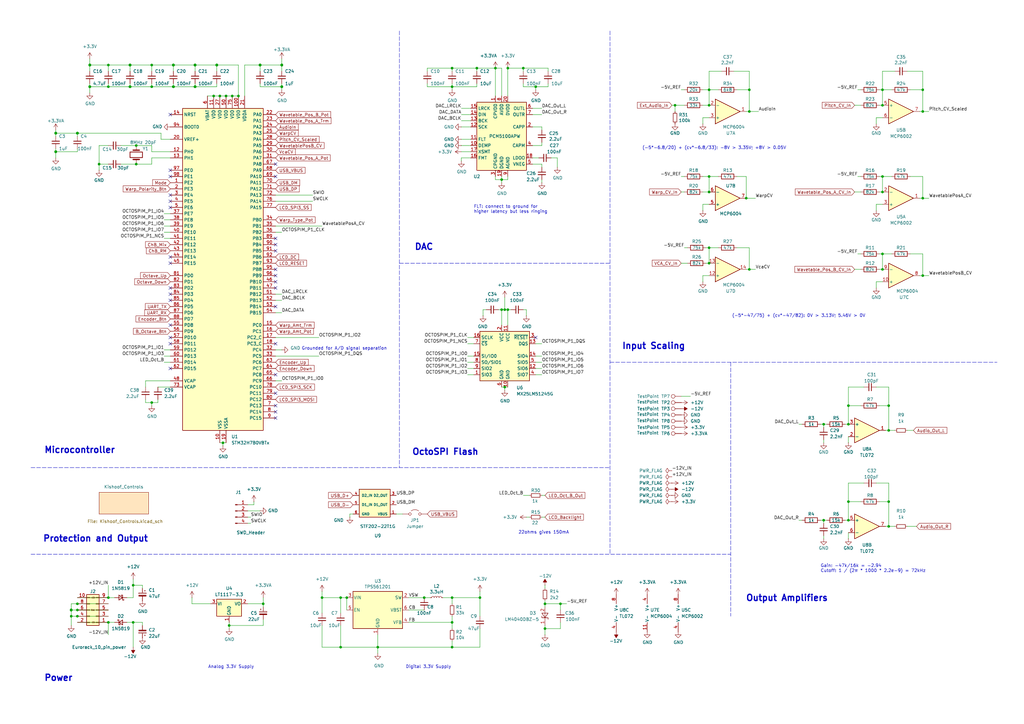
<source format=kicad_sch>
(kicad_sch (version 20231120) (generator "eeschema") (generator_version "8.0")
  (paper "A3")
  (title_block (title "Kishoof Components") (date "2024-04-09") (rev "1.0") (company "Mountjoy Modular"))
  (junction (at 115.57 35.56) (diameter 1.016))
  (junction (at 139.7 245.11))
  (junction (at 205.74 127))
  (junction (at 290.83 72.39))
  (junction (at 62.23 35.56))
  (junction (at 361.95 110.49))
  (junction (at 223.52 247.65))
  (junction (at 364.49 176.53))
  (junction (at 88.9 26.67) (diameter 1.016))
  (junction (at 55.88 59.69))
  (junction (at 364.49 215.9))
  (junction (at 347.98 173.99))
  (junction (at 229.87 247.65))
  (junction (at 276.86 43.18))
  (junction (at 44.45 255.27))
  (junction (at 97.79 39.37))
  (junction (at 195.58 27.94))
  (junction (at 29.21 250.19) (diameter 1.016))
  (junction (at 290.83 36.83))
  (junction (at 40.64 67.31))
  (junction (at 80.01 26.67) (diameter 1.016))
  (junction (at 93.98 256.54))
  (junction (at 347.98 166.37))
  (junction (at 185.42 265.43))
  (junction (at 22.86 54.61) (diameter 1.016))
  (junction (at 214.63 27.94))
  (junction (at 80.01 35.56) (diameter 1.016))
  (junction (at 361.95 72.39))
  (junction (at 54.61 240.03))
  (junction (at 378.46 113.03))
  (junction (at 142.24 245.11))
  (junction (at 208.28 127))
  (junction (at 22.86 62.23) (diameter 1.016))
  (junction (at 364.49 205.74))
  (junction (at 364.49 166.37))
  (junction (at 290.83 107.95))
  (junction (at 361.95 78.74))
  (junction (at 347.98 205.74))
  (junction (at 173.99 245.11))
  (junction (at 31.75 247.65))
  (junction (at 361.95 43.18))
  (junction (at 223.52 257.81))
  (junction (at 139.7 265.43))
  (junction (at 361.95 36.83))
  (junction (at 203.2 27.94))
  (junction (at 290.83 78.74))
  (junction (at 185.42 245.11))
  (junction (at 36.83 26.67) (diameter 1.016))
  (junction (at 337.82 213.36))
  (junction (at 55.88 67.31))
  (junction (at 337.82 173.99))
  (junction (at 219.71 35.56))
  (junction (at 185.42 255.27))
  (junction (at 307.34 110.49))
  (junction (at 31.75 250.19))
  (junction (at 36.83 35.56) (diameter 1.016))
  (junction (at 290.83 43.18))
  (junction (at 44.45 245.11))
  (junction (at 185.42 27.94))
  (junction (at 90.17 39.37))
  (junction (at 44.45 26.67))
  (junction (at 132.08 245.11))
  (junction (at 196.85 245.11))
  (junction (at 91.44 181.61))
  (junction (at 87.63 39.37))
  (junction (at 53.34 35.56) (diameter 1.016))
  (junction (at 54.61 255.27))
  (junction (at 31.75 252.73))
  (junction (at 361.95 104.14))
  (junction (at 307.34 36.83))
  (junction (at 115.57 26.67) (diameter 1.016))
  (junction (at 307.34 45.72))
  (junction (at 92.71 39.37))
  (junction (at 347.98 213.36))
  (junction (at 378.46 36.83))
  (junction (at 154.94 265.43))
  (junction (at 107.95 247.65))
  (junction (at 29.21 252.73))
  (junction (at 62.23 165.1))
  (junction (at 207.01 158.75))
  (junction (at 290.83 101.6))
  (junction (at 106.68 26.67) (diameter 1.016))
  (junction (at 378.46 45.72))
  (junction (at 378.46 81.28))
  (junction (at 44.45 35.56))
  (junction (at 205.74 73.66))
  (junction (at 31.75 54.61) (diameter 1.016))
  (junction (at 207.01 127))
  (junction (at 95.25 39.37))
  (junction (at 208.28 27.94))
  (junction (at 71.12 26.67) (diameter 1.016))
  (junction (at 306.07 81.28))
  (junction (at 53.34 26.67) (diameter 1.016))
  (junction (at 185.42 35.56))
  (junction (at 62.23 26.67))
  (junction (at 71.12 35.56) (diameter 1.016))
  (no_connect (at 113.03 118.11))
  (no_connect (at 69.85 72.39))
  (no_connect (at 113.03 166.37))
  (no_connect (at 69.85 105.41))
  (no_connect (at 113.03 153.67))
  (no_connect (at 113.03 102.87))
  (no_connect (at 113.03 110.49))
  (no_connect (at 113.03 100.33))
  (no_connect (at 69.85 133.35))
  (no_connect (at 69.85 85.09))
  (no_connect (at 69.85 46.99))
  (no_connect (at 69.85 120.65))
  (no_connect (at 69.85 140.97))
  (no_connect (at 113.03 72.39))
  (no_connect (at 113.03 113.03))
  (no_connect (at 113.03 115.57))
  (no_connect (at 113.03 140.97))
  (no_connect (at 69.85 138.43))
  (no_connect (at 69.85 118.11))
  (no_connect (at 219.71 138.43))
  (no_connect (at 113.03 97.79))
  (no_connect (at 69.85 69.85))
  (no_connect (at 69.85 123.19))
  (no_connect (at 69.85 80.01))
  (no_connect (at 69.85 151.13))
  (no_connect (at 69.85 107.95))
  (no_connect (at 113.03 171.45))
  (no_connect (at 113.03 161.29))
  (no_connect (at 113.03 125.73))
  (no_connect (at 69.85 82.55))
  (no_connect (at 113.03 168.91))
  (no_connect (at 113.03 67.31))
  (wire (pts (xy 353.06 110.49) (xy 350.52 110.49)))
  (wire (pts (xy 223.52 257.81) (xy 229.87 257.81)))
  (wire (pts (xy 302.26 36.83) (xy 307.34 36.83)))
  (wire (pts (xy 290.83 101.6) (xy 294.64 101.6)))
  (wire (pts (xy 31.75 54.61) (xy 31.75 55.88)))
  (wire (pts (xy 359.41 86.36) (xy 359.41 83.82)))
  (wire (pts (xy 361.95 110.49) (xy 361.95 104.14)))
  (wire (pts (xy 44.45 255.27) (xy 44.45 260.35)))
  (wire (pts (xy 142.24 250.19) (xy 142.24 245.11)))
  (wire (pts (xy 71.12 26.67) (xy 71.12 29.21)))
  (wire (pts (xy 78.74 245.11) (xy 78.74 247.65)))
  (wire (pts (xy 31.75 245.11) (xy 44.45 245.11)))
  (wire (pts (xy 214.63 34.29) (xy 214.63 35.56)))
  (wire (pts (xy 288.29 83.82) (xy 288.29 86.36)))
  (wire (pts (xy 361.95 72.39) (xy 365.76 72.39)))
  (wire (pts (xy 106.68 29.21) (xy 106.68 26.67)))
  (wire (pts (xy 53.34 26.67) (xy 62.23 26.67)))
  (wire (pts (xy 67.31 148.59) (xy 69.85 148.59)))
  (wire (pts (xy 280.67 101.6) (xy 281.94 101.6)))
  (wire (pts (xy 195.58 29.21) (xy 195.58 27.94)))
  (wire (pts (xy 288.29 36.83) (xy 290.83 36.83)))
  (wire (pts (xy 288.29 113.03) (xy 290.83 113.03)))
  (wire (pts (xy 67.31 146.05) (xy 69.85 146.05)))
  (wire (pts (xy 132.08 245.11) (xy 139.7 245.11)))
  (wire (pts (xy 185.42 34.29) (xy 185.42 35.56)))
  (wire (pts (xy 154.94 260.35) (xy 154.94 265.43)))
  (wire (pts (xy 223.52 240.03) (xy 223.52 241.3)))
  (wire (pts (xy 139.7 265.43) (xy 154.94 265.43)))
  (wire (pts (xy 175.26 35.56) (xy 185.42 35.56)))
  (wire (pts (xy 289.56 107.95) (xy 290.83 107.95)))
  (wire (pts (xy 364.49 215.9) (xy 367.03 215.9)))
  (wire (pts (xy 373.38 72.39) (xy 378.46 72.39)))
  (wire (pts (xy 195.58 27.94) (xy 203.2 27.94)))
  (wire (pts (xy 67.31 97.79) (xy 69.85 97.79)))
  (wire (pts (xy 205.74 127) (xy 207.01 127)))
  (wire (pts (xy 360.68 36.83) (xy 361.95 36.83)))
  (wire (pts (xy 205.74 73.66) (xy 205.74 74.93)))
  (wire (pts (xy 354.33 158.75) (xy 347.98 158.75)))
  (wire (pts (xy 40.64 67.31) (xy 44.45 67.31)))
  (wire (pts (xy 279.4 72.39) (xy 280.67 72.39)))
  (wire (pts (xy 195.58 34.29) (xy 195.58 35.56)))
  (wire (pts (xy 64.77 158.75) (xy 69.85 158.75)))
  (wire (pts (xy 229.87 250.19) (xy 229.87 247.65)))
  (wire (pts (xy 288.29 72.39) (xy 290.83 72.39)))
  (wire (pts (xy 222.25 153.67) (xy 219.71 153.67)))
  (wire (pts (xy 55.88 67.31) (xy 62.23 67.31)))
  (wire (pts (xy 307.34 101.6) (xy 307.34 110.49)))
  (wire (pts (xy 132.08 242.57) (xy 132.08 245.11)))
  (wire (pts (xy 44.45 26.67) (xy 44.45 29.21)))
  (wire (pts (xy 364.49 205.74) (xy 360.68 205.74)))
  (wire (pts (xy 309.88 81.28) (xy 306.07 81.28)))
  (wire (pts (xy 69.85 95.25) (xy 67.31 95.25)))
  (wire (pts (xy 59.69 163.83) (xy 59.69 165.1)))
  (wire (pts (xy 347.98 218.44) (xy 347.98 220.98)))
  (polyline (pts (xy 299.72 148.59) (xy 299.72 252.73)) (stroke (width 0) (type dash)))
  (wire (pts (xy 290.83 72.39) (xy 290.83 78.74)))
  (wire (pts (xy 54.61 255.27) (xy 54.61 265.43)))
  (wire (pts (xy 106.68 35.56) (xy 115.57 35.56)))
  (wire (pts (xy 91.44 181.61) (xy 91.44 182.88)))
  (wire (pts (xy 139.7 256.54) (xy 139.7 265.43)))
  (wire (pts (xy 29.21 247.65) (xy 31.75 247.65)))
  (wire (pts (xy 44.45 26.67) (xy 53.34 26.67)))
  (wire (pts (xy 53.34 26.67) (xy 53.34 29.21)))
  (wire (pts (xy 36.83 29.21) (xy 36.83 26.67)))
  (wire (pts (xy 354.33 198.12) (xy 347.98 198.12)))
  (wire (pts (xy 162.56 210.82) (xy 165.1 210.82)))
  (wire (pts (xy 222.25 146.05) (xy 219.71 146.05)))
  (wire (pts (xy 132.08 265.43) (xy 139.7 265.43)))
  (wire (pts (xy 223.52 203.2) (xy 222.25 203.2)))
  (wire (pts (xy 115.57 35.56) (xy 115.57 36.83)))
  (wire (pts (xy 196.85 245.11) (xy 196.85 242.57)))
  (wire (pts (xy 205.74 27.94) (xy 203.2 27.94)))
  (wire (pts (xy 101.6 209.55) (xy 106.68 209.55)))
  (wire (pts (xy 294.64 36.83) (xy 290.83 36.83)))
  (wire (pts (xy 93.98 256.54) (xy 93.98 257.81)))
  (wire (pts (xy 203.2 73.66) (xy 205.74 73.66)))
  (wire (pts (xy 346.71 173.99) (xy 347.98 173.99)))
  (wire (pts (xy 360.68 43.18) (xy 361.95 43.18)))
  (wire (pts (xy 360.68 104.14) (xy 361.95 104.14)))
  (wire (pts (xy 69.85 90.17) (xy 67.31 90.17)))
  (wire (pts (xy 208.28 127) (xy 208.28 133.35)))
  (wire (pts (xy 223.52 256.54) (xy 223.52 257.81)))
  (polyline (pts (xy 250.19 12.7) (xy 250.19 227.33)) (stroke (width 0) (type dash)))
  (wire (pts (xy 52.07 245.11) (xy 54.61 245.11)))
  (wire (pts (xy 185.42 35.56) (xy 185.42 36.83)))
  (wire (pts (xy 132.08 92.71) (xy 113.03 92.71)))
  (wire (pts (xy 44.45 34.29) (xy 44.45 35.56)))
  (wire (pts (xy 62.23 26.67) (xy 71.12 26.67)))
  (wire (pts (xy 378.46 29.21) (xy 378.46 36.83)))
  (wire (pts (xy 378.46 45.72) (xy 377.19 45.72)))
  (wire (pts (xy 215.9 127) (xy 214.63 127)))
  (wire (pts (xy 189.23 64.77) (xy 189.23 66.04)))
  (wire (pts (xy 71.12 35.56) (xy 80.01 35.56)))
  (wire (pts (xy 214.63 35.56) (xy 219.71 35.56)))
  (wire (pts (xy 113.03 123.19) (xy 115.57 123.19)))
  (wire (pts (xy 185.42 255.27) (xy 185.42 257.81)))
  (wire (pts (xy 327.66 213.36) (xy 328.93 213.36)))
  (wire (pts (xy 214.63 27.94) (xy 224.79 27.94)))
  (wire (pts (xy 353.06 43.18) (xy 350.52 43.18)))
  (wire (pts (xy 208.28 73.66) (xy 205.74 73.66)))
  (wire (pts (xy 139.7 251.46) (xy 139.7 245.11)))
  (wire (pts (xy 203.2 27.94) (xy 203.2 39.37)))
  (wire (pts (xy 40.64 67.31) (xy 40.64 69.85)))
  (wire (pts (xy 29.21 250.19) (xy 31.75 250.19)))
  (wire (pts (xy 189.23 52.07) (xy 193.04 52.07)))
  (wire (pts (xy 222.25 212.09) (xy 223.52 212.09)))
  (wire (pts (xy 185.42 252.73) (xy 185.42 255.27)))
  (wire (pts (xy 208.28 27.94) (xy 208.28 39.37)))
  (wire (pts (xy 208.28 27.94) (xy 214.63 27.94)))
  (wire (pts (xy 49.53 67.31) (xy 55.88 67.31)))
  (wire (pts (xy 276.86 43.18) (xy 276.86 45.72)))
  (wire (pts (xy 88.9 34.29) (xy 88.9 35.56)))
  (wire (pts (xy 360.68 110.49) (xy 361.95 110.49)))
  (wire (pts (xy 275.59 43.18) (xy 276.86 43.18)))
  (wire (pts (xy 347.98 179.07) (xy 347.98 181.61)))
  (wire (pts (xy 66.04 54.61) (xy 66.04 57.15)))
  (wire (pts (xy 378.46 113.03) (xy 381 113.03)))
  (wire (pts (xy 49.53 59.69) (xy 55.88 59.69)))
  (wire (pts (xy 22.86 55.88) (xy 22.86 54.61)))
  (wire (pts (xy 189.23 59.69) (xy 193.04 59.69)))
  (wire (pts (xy 31.75 247.65) (xy 44.45 247.65)))
  (wire (pts (xy 288.29 78.74) (xy 290.83 78.74)))
  (wire (pts (xy 154.94 265.43) (xy 185.42 265.43)))
  (wire (pts (xy 353.06 78.74) (xy 350.52 78.74)))
  (wire (pts (xy 85.09 39.37) (xy 87.63 39.37)))
  (wire (pts (xy 62.23 35.56) (xy 71.12 35.56)))
  (wire (pts (xy 222.25 67.31) (xy 222.25 68.58)))
  (wire (pts (xy 218.44 44.45) (xy 222.25 44.45)))
  (wire (pts (xy 218.44 67.31) (xy 222.25 67.31)))
  (wire (pts (xy 295.91 29.21) (xy 290.83 29.21)))
  (wire (pts (xy 97.79 26.67) (xy 97.79 39.37)))
  (wire (pts (xy 207.01 121.92) (xy 207.01 127)))
  (polyline (pts (xy 12.7 191.77) (xy 250.19 191.77)) (stroke (width 0) (type dash)))
  (wire (pts (xy 359.41 198.12) (xy 364.49 198.12)))
  (wire (pts (xy 276.86 43.18) (xy 280.67 43.18)))
  (wire (pts (xy 327.66 173.99) (xy 328.93 173.99)))
  (wire (pts (xy 205.74 158.75) (xy 207.01 158.75)))
  (wire (pts (xy 87.63 39.37) (xy 90.17 39.37)))
  (wire (pts (xy 218.44 64.77) (xy 220.98 64.77)))
  (wire (pts (xy 62.23 59.69) (xy 55.88 59.69)))
  (wire (pts (xy 361.95 78.74) (xy 361.95 72.39)))
  (wire (pts (xy 191.77 153.67) (xy 194.31 153.67)))
  (wire (pts (xy 364.49 166.37) (xy 364.49 176.53)))
  (wire (pts (xy 31.75 252.73) (xy 44.45 252.73)))
  (wire (pts (xy 36.83 24.13) (xy 36.83 26.67)))
  (wire (pts (xy 132.08 245.11) (xy 132.08 251.46)))
  (wire (pts (xy 93.98 255.27) (xy 93.98 256.54)))
  (wire (pts (xy 64.77 163.83) (xy 64.77 165.1)))
  (wire (pts (xy 222.25 52.07) (xy 222.25 53.34)))
  (wire (pts (xy 336.55 173.99) (xy 337.82 173.99)))
  (wire (pts (xy 378.46 104.14) (xy 378.46 113.03)))
  (wire (pts (xy 288.29 48.26) (xy 288.29 50.8)))
  (wire (pts (xy 306.07 45.72) (xy 307.34 45.72)))
  (wire (pts (xy 62.23 62.23) (xy 62.23 59.69)))
  (wire (pts (xy 22.86 62.23) (xy 31.75 62.23)))
  (wire (pts (xy 88.9 26.67) (xy 97.79 26.67)))
  (wire (pts (xy 336.55 213.36) (xy 337.82 213.36)))
  (wire (pts (xy 107.95 248.92) (xy 107.95 247.65)))
  (wire (pts (xy 207.01 158.75) (xy 207.01 160.02)))
  (wire (pts (xy 132.08 256.54) (xy 132.08 265.43)))
  (wire (pts (xy 113.03 80.01) (xy 128.27 80.01)))
  (wire (pts (xy 71.12 26.67) (xy 80.01 26.67)))
  (wire (pts (xy 69.85 87.63) (xy 67.31 87.63)))
  (wire (pts (xy 359.41 50.8) (xy 359.41 48.26)))
  (wire (pts (xy 185.42 27.94) (xy 195.58 27.94)))
  (wire (pts (xy 167.64 255.27) (xy 185.42 255.27)))
  (wire (pts (xy 102.87 214.63) (xy 101.6 214.63)))
  (wire (pts (xy 185.42 245.11) (xy 196.85 245.11)))
  (wire (pts (xy 173.99 245.11) (xy 176.53 245.11)))
  (wire (pts (xy 351.79 104.14) (xy 353.06 104.14)))
  (wire (pts (xy 175.26 27.94) (xy 185.42 27.94)))
  (wire (pts (xy 58.42 241.3) (xy 58.42 240.03)))
  (wire (pts (xy 311.15 45.72) (xy 307.34 45.72)))
  (wire (pts (xy 54.61 240.03) (xy 54.61 245.11)))
  (wire (pts (xy 359.41 48.26) (xy 361.95 48.26)))
  (wire (pts (xy 91.44 181.61) (xy 92.71 181.61)))
  (wire (pts (xy 217.17 203.2) (xy 214.63 203.2)))
  (wire (pts (xy 100.33 26.67) (xy 100.33 39.37)))
  (wire (pts (xy 372.11 215.9) (xy 375.92 215.9)))
  (wire (pts (xy 107.95 254) (xy 107.95 256.54)))
  (wire (pts (xy 359.41 83.82) (xy 361.95 83.82)))
  (wire (pts (xy 69.85 64.77) (xy 62.23 64.77)))
  (wire (pts (xy 71.12 34.29) (xy 71.12 35.56)))
  (wire (pts (xy 307.34 110.49) (xy 306.07 110.49)))
  (wire (pts (xy 31.75 255.27) (xy 44.45 255.27)))
  (wire (pts (xy 347.98 158.75) (xy 347.98 166.37)))
  (polyline (pts (xy 250.19 148.59) (xy 408.94 148.59)) (stroke (width 0) (type dash)))
  (wire (pts (xy 302.26 72.39) (xy 306.07 72.39)))
  (wire (pts (xy 175.26 34.29) (xy 175.26 35.56)))
  (wire (pts (xy 80.01 34.29) (xy 80.01 35.56)))
  (wire (pts (xy 378.46 45.72) (xy 381 45.72)))
  (wire (pts (xy 53.34 34.29) (xy 53.34 35.56)))
  (wire (pts (xy 346.71 213.36) (xy 347.98 213.36)))
  (wire (pts (xy 205.74 72.39) (xy 205.74 73.66)))
  (wire (pts (xy 59.69 158.75) (xy 59.69 156.21)))
  (wire (pts (xy 58.42 256.54) (xy 58.42 255.27)))
  (wire (pts (xy 279.4 36.83) (xy 280.67 36.83)))
  (wire (pts (xy 205.74 127) (xy 204.47 127)))
  (wire (pts (xy 62.23 26.67) (xy 62.23 29.21)))
  (wire (pts (xy 279.4 78.74) (xy 280.67 78.74)))
  (wire (pts (xy 229.87 257.81) (xy 229.87 255.27)))
  (wire (pts (xy 363.22 215.9) (xy 364.49 215.9)))
  (wire (pts (xy 29.21 252.73) (xy 29.21 256.54)))
  (wire (pts (xy 113.03 146.05) (xy 130.81 146.05)))
  (wire (pts (xy 359.41 158.75) (xy 364.49 158.75)))
  (wire (pts (xy 44.45 35.56) (xy 53.34 35.56)))
  (wire (pts (xy 232.41 247.65) (xy 229.87 247.65)))
  (wire (pts (xy 95.25 39.37) (xy 97.79 39.37)))
  (wire (pts (xy 337.82 175.26) (xy 337.82 173.99)))
  (wire (pts (xy 101.6 247.65) (xy 107.95 247.65)))
  (wire (pts (xy 22.86 53.34) (xy 22.86 54.61)))
  (wire (pts (xy 360.68 78.74) (xy 361.95 78.74)))
  (wire (pts (xy 361.95 104.14) (xy 365.76 104.14)))
  (wire (pts (xy 208.28 127) (xy 209.55 127)))
  (wire (pts (xy 106.68 34.29) (xy 106.68 35.56)))
  (wire (pts (xy 205.74 27.94) (xy 205.74 39.37)))
  (wire (pts (xy 44.45 240.03) (xy 44.45 245.11)))
  (wire (pts (xy 44.45 255.27) (xy 46.99 255.27)))
  (wire (pts (xy 290.83 107.95) (xy 290.83 101.6)))
  (wire (pts (xy 289.56 101.6) (xy 290.83 101.6)))
  (wire (pts (xy 31.75 60.96) (xy 31.75 62.23)))
  (wire (pts (xy 62.23 64.77) (xy 62.23 67.31)))
  (wire (pts (xy 90.17 39.37) (xy 92.71 39.37)))
  (wire (pts (xy 337.82 173.99) (xy 339.09 173.99)))
  (wire (pts (xy 288.29 115.57) (xy 288.29 113.03)))
  (wire (pts (xy 359.41 115.57) (xy 361.95 115.57)))
  (wire (pts (xy 59.69 156.21) (xy 69.85 156.21)))
  (wire (pts (xy 29.21 247.65) (xy 29.21 250.19)))
  (wire (pts (xy 54.61 255.27) (xy 58.42 255.27)))
  (wire (pts (xy 62.23 62.23) (xy 69.85 62.23)))
  (wire (pts (xy 66.04 57.15) (xy 69.85 57.15)))
  (wire (pts (xy 359.41 118.11) (xy 359.41 115.57)))
  (wire (pts (xy 290.83 83.82) (xy 288.29 83.82)))
  (wire (pts (xy 367.03 29.21) (xy 361.95 29.21)))
  (wire (pts (xy 191.77 140.97) (xy 194.31 140.97)))
  (wire (pts (xy 143.51 210.82) (xy 144.78 210.82)))
  (wire (pts (xy 167.64 250.19) (xy 173.99 250.19)))
  (wire (pts (xy 115.57 24.13) (xy 115.57 26.67)))
  (wire (pts (xy 142.24 245.11) (xy 139.7 245.11)))
  (wire (pts (xy 113.03 128.27) (xy 115.57 128.27)))
  (wire (pts (xy 290.83 29.21) (xy 290.83 36.83)))
  (wire (pts (xy 189.23 44.45) (xy 193.04 44.45)))
  (wire (pts (xy 361.95 29.21) (xy 361.95 36.83)))
  (wire (pts (xy 62.23 165.1) (xy 64.77 165.1)))
  (wire (pts (xy 219.71 35.56) (xy 224.79 35.56)))
  (wire (pts (xy 222.25 73.66) (xy 222.25 74.93)))
  (wire (pts (xy 307.34 110.49) (xy 309.88 110.49)))
  (wire (pts (xy 113.03 138.43) (xy 130.81 138.43)))
  (wire (pts (xy 36.83 34.29) (xy 36.83 35.56)))
  (wire (pts (xy 288.29 43.18) (xy 290.83 43.18)))
  (wire (pts (xy 378.46 36.83) (xy 378.46 45.72)))
  (wire (pts (xy 219.71 140.97) (xy 222.25 140.97)))
  (wire (pts (xy 364.49 205.74) (xy 364.49 215.9)))
  (wire (pts (xy 22.86 60.96) (xy 22.86 62.23)))
  (wire (pts (xy 80.01 26.67) (xy 80.01 29.21)))
  (wire (pts (xy 226.06 64.77) (xy 228.6 64.77)))
  (wire (pts (xy 363.22 176.53) (xy 364.49 176.53)))
  (wire (pts (xy 107.95 245.11) (xy 107.95 247.65)))
  (wire (pts (xy 143.51 212.09) (xy 143.51 210.82)))
  (wire (pts (xy 62.23 34.29) (xy 62.23 35.56)))
  (wire (pts (xy 307.34 29.21) (xy 307.34 36.83)))
  (wire (pts (xy 104.14 207.01) (xy 104.14 205.74)))
  (wire (pts (xy 181.61 245.11) (xy 185.42 245.11)))
  (wire (pts (xy 62.23 166.37) (xy 62.23 165.1)))
  (wire (pts (xy 218.44 46.99) (xy 222.25 46.99)))
  (wire (pts (xy 191.77 151.13) (xy 194.31 151.13)))
  (wire (pts (xy 224.79 34.29) (xy 224.79 35.56)))
  (wire (pts (xy 222.25 58.42) (xy 222.25 59.69)))
  (wire (pts (xy 337.82 180.34) (xy 337.82 181.61)))
  (wire (pts (xy 218.44 59.69) (xy 222.25 59.69)))
  (wire (pts (xy 347.98 205.74) (xy 347.98 213.36)))
  (wire (pts (xy 337.82 219.71) (xy 337.82 220.98)))
  (wire (pts (xy 40.64 59.69) (xy 40.64 67.31)))
  (polyline (pts (xy 12.7 227.33) (xy 299.72 227.33)) (stroke (width 0) (type dash)))
  (wire (pts (xy 215.9 212.09) (xy 217.17 212.09)))
  (wire (pts (xy 90.17 181.61) (xy 91.44 181.61)))
  (wire (pts (xy 300.99 29.21) (xy 307.34 29.21)))
  (wire (pts (xy 203.2 72.39) (xy 203.2 73.66)))
  (wire (pts (xy 372.11 176.53) (xy 374.65 176.53)))
  (wire (pts (xy 214.63 29.21) (xy 214.63 27.94)))
  (wire (pts (xy 283.21 162.56) (xy 279.4 162.56)))
  (wire (pts (xy 185.42 29.21) (xy 185.42 27.94)))
  (wire (pts (xy 290.83 48.26) (xy 288.29 48.26)))
  (wire (pts (xy 189.23 62.23) (xy 193.04 62.23)))
  (wire (pts (xy 189.23 49.53) (xy 193.04 49.53)))
  (wire (pts (xy 196.85 257.81) (xy 196.85 265.43)))
  (wire (pts (xy 78.74 247.65) (xy 86.36 247.65)))
  (wire (pts (xy 347.98 198.12) (xy 347.98 205.74)))
  (wire (pts (xy 191.77 146.05) (xy 194.31 146.05)))
  (wire (pts (xy 361.95 36.83) (xy 365.76 36.83)))
  (wire (pts (xy 218.44 52.07) (xy 222.25 52.07)))
  (wire (pts (xy 378.46 113.03) (xy 377.19 113.03)))
  (wire (pts (xy 193.04 64.77) (xy 189.23 64.77)))
  (wire (pts (xy 219.71 36.83) (xy 219.71 35.56)))
  (wire (pts (xy 372.11 29.21) (xy 378.46 29.21)))
  (wire (pts (xy 44.45 245.11) (xy 46.99 245.11)))
  (wire (pts (xy 223.52 246.38) (xy 223.52 247.65)))
  (wire (pts (xy 373.38 36.83) (xy 378.46 36.83)))
  (wire (pts (xy 191.77 148.59) (xy 194.31 148.59)))
  (wire (pts (xy 364.49 158.75) (xy 364.49 166.37)))
  (wire (pts (xy 36.83 35.56) (xy 44.45 35.56)))
  (wire (pts (xy 198.12 127) (xy 199.39 127)))
  (wire (pts (xy 222.25 151.13) (xy 219.71 151.13)))
  (wire (pts (xy 222.25 148.59) (xy 219.71 148.59)))
  (wire (pts (xy 54.61 237.49) (xy 54.61 240.03)))
  (wire (pts (xy 22.86 54.61) (xy 31.75 54.61)))
  (wire (pts (xy 281.94 107.95) (xy 279.4 107.95)))
  (wire (pts (xy 88.9 26.67) (xy 88.9 29.21)))
  (wire (pts (xy 198.12 129.54) (xy 198.12 127)))
  (wire (pts (xy 154.94 267.97) (xy 154.94 265.43)))
  (wire (pts (xy 290.83 36.83) (xy 290.83 43.18)))
  (wire (pts (xy 378.46 81.28) (xy 377.19 81.28)))
  (wire (pts (xy 175.26 27.94) (xy 175.26 29.21)))
  (wire (pts (xy 337.82 214.63) (xy 337.82 213.36)))
  (wire (pts (xy 101.6 207.01) (xy 104.14 207.01)))
  (polyline (pts (xy 163.83 12.7) (xy 163.83 191.77)) (stroke (width 0) (type dash)))
  (wire (pts (xy 205.74 127) (xy 205.74 133.35)))
  (wire (pts (xy 185.42 245.11) (xy 185.42 247.65)))
  (wire (pts (xy 215.9 129.54) (xy 215.9 127)))
  (wire (pts (xy 29.21 250.19) (xy 29.21 252.73)))
  (wire (pts (xy 113.03 82.55) (xy 128.27 82.55)))
  (wire (pts (xy 31.75 54.61) (xy 66.04 54.61)))
  (wire (pts (xy 36.83 35.56) (xy 36.83 38.1)))
  (wire (pts (xy 67.31 143.51) (xy 69.85 143.51)))
  (wire (pts (xy 361.95 43.18) (xy 361.95 36.83)))
  (wire (pts (xy 223.52 247.65) (xy 223.52 248.92)))
  (wire (pts (xy 337.82 213.36) (xy 339.09 213.36)))
  (wire (pts (xy 113.03 120.65) (xy 115.57 120.65)))
  (wire (pts (xy 22.86 62.23) (xy 22.86 64.77)))
  (wire (pts (xy 207.01 127) (xy 208.28 127)))
  (wire (pts (xy 92.71 39.37) (xy 95.25 39.37)))
  (wire (pts (xy 36.83 26.67) (xy 44.45 26.67)))
  (wire (pts (xy 351.79 72.39) (xy 353.06 72.39)))
  (wire (pts (xy 115.57 95.25) (xy 113.03 95.25)))
  (wire (pts (xy 306.07 72.39) (xy 306.07 81.28)))
  (wire (pts (xy 80.01 26.67) (xy 88.9 26.67)))
  (wire (pts (xy 373.38 104.14) (xy 378.46 104.14)))
  (wire (pts (xy 378.46 81.28) (xy 381 81.28)))
  (wire (pts (xy 185.42 35.56) (xy 195.58 35.56)))
  (wire (pts (xy 80.01 35.56) (xy 88.9 35.56)))
  (wire (pts (xy 106.68 26.67) (xy 100.33 26.67)))
  (wire (pts (xy 228.6 64.77) (xy 228.6 68.58)))
  (wire (pts (xy 294.64 72.39) (xy 290.83 72.39)))
  (wire (pts (xy 353.06 205.74) (xy 347.98 205.74)))
  (wire (pts (xy 351.79 36.83) (xy 353.06 36.83)))
  (wire (pts (xy 106.68 26.67) (xy 115.57 26.67)))
  (wire (pts (xy 307.34 36.83) (xy 307.34 45.72)))
  (wire (pts (xy 191.77 138.43) (xy 194.31 138.43)))
  (wire (pts (xy 31.75 250.19) (xy 44.45 250.19)))
  (wire (pts (xy 196.85 265.43) (xy 185.42 265.43)))
  (wire (pts (xy 208.28 72.39) (xy 208.28 73.66)))
  (wire (pts (xy 69.85 92.71) (xy 67.31 92.71)))
  (wire (pts (xy 196.85 245.11) (xy 196.85 252.73)))
  (wire (pts (xy 54.61 240.03) (xy 58.42 240.03)))
  (wire (pts (xy 224.79 29.21) (xy 224.79 27.94)))
  (wire (pts (xy 52.07 255.27) (xy 54.61 255.27)))
  (wire (pts (xy 302.26 101.6) (xy 307.34 101.6)))
  (wire (pts (xy 59.69 165.1) (xy 62.23 165.1)))
  (wire (pts (xy 113.03 143.51) (xy 115.57 143.51)))
  (wire (pts (xy 223.52 257.81) (xy 223.52 260.35)))
  (wire (pts (xy 207.01 158.75) (xy 208.28 158.75)))
  (wire (pts (xy 229.87 247.65) (xy 223.52 247.65)))
  (wire (pts (xy 378.46 72.39) (xy 378.46 81.28)))
  (wire (pts (xy 53.34 35.56) (xy 62.23 35.56)))
  (wire (pts (xy 364.49 176.53) (xy 367.03 176.53)))
  (wire (pts (xy 360.68 72.39) (xy 361.95 72.39)))
  (wire (pts (xy 167.64 245.11) (xy 173.99 245.11)))
  (wire (pts (xy 101.6 212.09) (xy 102.87 212.09)))
  (polyline (pts (xy 163.83 107.95) (xy 250.19 107.95)) (stroke (width 0) (type dash)))
  (wire (pts (xy 189.23 57.15) (xy 193.04 57.15)))
  (wire (pts (xy 93.98 256.54) (xy 107.95 256.54)))
  (wire (pts (xy 115.57 26.67) (xy 115.57 29.21)))
  (wire (pts (xy 364.49 198.12) (xy 364.49 205.74)))
  (wire (pts (xy 353.06 166.37) (xy 347.98 166.37)))
  (wire (pts (xy 185.42 262.89) (xy 185.42 265.43)))
  (wire (pts (xy 44.45 59.69) (xy 40.64 59.69)))
  (wire (pts (xy 189.23 46.99) (xy 193.04 46.99)))
  (wire (pts (xy 364.49 166.37) (xy 360.68 166.37)))
  (wire (pts (xy 29.21 252.73) (xy 31.75 252.73)))
  (wire (pts (xy 113.03 156.21) (xy 115.57 156.21)))
  (wire (pts (xy 347.98 166.37) (xy 347.98 173.99)))
  (wire (pts (xy 115.57 34.29) (xy 115.57 35.56)))
  (text "DAC" (at 169.926 102.87 0) (effects (font (size 2.54 2.54) (thickness 0.508) (bold yes)) (justify left bottom)))
  (text "Gain: -47k/16k = -2.94\nCutoff: 1 / (2π * 1000 * 2.2e-9) = 72kHz" (at 336.55 234.95 0) (effects (font (size 1.27 1.27)) (justify left bottom)))
  (text "Protection and Output" (at 17.526 222.504 0) (effects (font (size 2.54 2.54) (thickness 0.508) (bold yes)) (justify left bottom)))
  (text "FLT: connect to ground for \nhigher latency but less ringing" (at 194.31 87.63 0) (effects (font (size 1.27 1.27)) (justify left bottom)))
  (text "Digital 3.3V Supply" (at 166.37 274.32 0) (effects (font (size 1.27 1.27)) (justify left bottom)))
  (text "ADC Pins\n--------\nPA0 ADC1_INP16       \nPA1 ADC1_INP17       \nPA2 ADC12_INP14      \nPA3 ADC12_INP15      \n[PA4 ADC12_INP18 DAC]\n[PA5 ADC12_INP19 DAC]\nPA6 ADC12_INP3       \nPA7 ADC12_INP7       \n                     \nPB0 ADC12_INP9       \nPB1 ADC12_INP5       \n                     \nPC0 ADC123_INP10     \nPC1 ADC123_INP11     \nPC2 ADC123_INP12     \n[PC3_C ADC3_INP1]    \nPC4 ADC12_INP4       \nPC5 ADC12_INP8       \n                     \nPF11 ADC1_INP2       \nPF12 ADC1_INP6       \nPF13 ADC2_INP2       \nPF14 ADC2_INP6       " (at -46.228 170.18 0) (effects (font (size 2 2)) (justify left bottom)))
  (text "(-5*-47/75) + (cv*-47/82): 0V > 3.13V; 5.46V > 0V\n" (at 300.228 130.302 0) (effects (font (size 1.27 1.27)) (justify left bottom)))
  (text "OctoSPI Flash" (at 168.91 186.944 0) (effects (font (size 2.54 2.54) (thickness 0.508) (bold yes)) (justify left bottom)))
  (text "Input Scaling" (at 255.016 143.51 0) (effects (font (size 2.54 2.54) (thickness 0.508) (bold yes)) (justify left bottom)))
  (text "Output Amplifiers" (at 305.816 246.888 0) (effects (font (size 2.54 2.54) (thickness 0.508) (bold yes)) (justify left bottom)))
  (text "Grounded for A/D signal separation" (at 141.224 143.002 0) (effects (font (size 1.27 1.27))))
  (text "Power" (at 18.034 279.654 0) (effects (font (size 2.54 2.54) (thickness 0.508) (bold yes)) (justify left bottom)))
  (text "Analog 3.3V Supply" (at 85.344 274.32 0) (effects (font (size 1.27 1.27)) (justify left bottom)))
  (text "Microcontroller" (at 18.034 186.182 0) (effects (font (size 2.54 2.54) (thickness 0.508) (bold yes)) (justify left bottom)))
  (text "22ohms gives 150mA" (at 223.012 218.44 0) (effects (font (size 1.27 1.27))))
  (text "(-5*-6.8/20) + (cv*-6.8/33): -8V > 3.35V; +8V > 0.05V\n" (at 263.398 61.468 0) (effects (font (size 1.27 1.27)) (justify left bottom)))
  (label "OCTOSPIM_P1_NCS" (at 191.77 140.97 180))
  (label "OCTOSPIM_P1_IO4" (at 67.31 87.63 180))
  (label "OCTOSPIM_P1_IO1" (at 191.77 148.59 180))
  (label "-12V_IN" (at 44.45 260.35 180))
  (label "DAC_DATA" (at 189.23 46.99 180))
  (label "+12V_IN" (at 44.45 240.03 180))
  (label "DAC_BCLK" (at 189.23 49.53 180))
  (label "-5V_REF" (at 351.79 36.83 180))
  (label "OCTOSPIM_P1_DQS" (at 222.25 140.97 0))
  (label "OCTOSPIM_P1_CLK" (at 115.57 95.25 0))
  (label "WavetablePosA_CV" (at 132.08 92.71 0))
  (label "CB" (at 167.64 250.19 0))
  (label "OCTOSPIM_P1_IO0" (at 191.77 146.05 180))
  (label "LED_Oct_B" (at 214.63 203.2 180))
  (label "OCTOSPIM_P1_IO6" (at 222.25 151.13 0))
  (label "DAC_LRCLK" (at 115.57 120.65 0))
  (label "SWIO" (at 128.27 80.01 0))
  (label "-5V_REF" (at 232.41 247.65 0))
  (label "DAC_BCLK" (at 115.57 123.19 0))
  (label "DAC_Out_L" (at 222.25 44.45 0))
  (label "DAC_LRCLK" (at 189.23 44.45 180))
  (label "OCTOSPIM_P1_IO0" (at 115.57 156.21 0))
  (label "LED_Oct_B" (at 67.31 148.59 180))
  (label "OCTOSPIM_P1_IO3" (at 67.31 146.05 180))
  (label "-5V_REF" (at 279.4 36.83 180))
  (label "OCTOSPIM_P1_IO4" (at 222.25 146.05 0))
  (label "OCTOSPIM_P1_IO2" (at 191.77 151.13 180))
  (label "DAC_Out_R" (at 222.25 46.99 0))
  (label "-12V_IN" (at 275.59 193.04 0))
  (label "OCTOSPIM_P1_CLK" (at 191.77 138.43 180))
  (label "SWCLK" (at 102.87 214.63 0))
  (label "OCTOSPIM_P1_DQS" (at 130.81 146.05 0))
  (label "OCTOSPIM_P1_IO2" (at 130.81 138.43 0))
  (label "-5V_REF" (at 279.4 72.39 180))
  (label "OCTOSPIM_P1_NCS" (at 67.31 97.79 180))
  (label "-5V_REF" (at 351.79 72.39 180))
  (label "OCTOSPIM_P1_IO5" (at 67.31 90.17 180))
  (label "Pitch_CV_Scaled" (at 381 45.72 0))
  (label "VcaCV" (at 309.88 110.49 0))
  (label "USB_DM" (at 162.56 207.01 0))
  (label "-5V_REF" (at 351.79 104.14 180))
  (label "OCTOSPIM_P1_IO6" (at 67.31 92.71 180))
  (label "AudioIn" (at 311.15 45.72 0))
  (label "OCTOSPIM_P1_IO7" (at 222.25 153.67 0))
  (label "VSW" (at 167.64 245.11 0))
  (label "OCTOSPIM_P1_IO5" (at 222.25 148.59 0))
  (label "-5V_REF" (at 283.21 162.56 0))
  (label "SWCLK" (at 128.27 82.55 0))
  (label "OCTOSPIM_P1_IO1" (at 67.31 143.51 180))
  (label "SWIO" (at 102.87 212.09 0))
  (label "OCTOSPIM_P1_IO3" (at 191.77 153.67 180))
  (label "DAC_Out_L" (at 327.66 173.99 180))
  (label "USB_DP" (at 162.56 203.2 0))
  (label "+12V_IN" (at 275.59 195.58 0))
  (label "DAC_DATA" (at 115.57 128.27 0))
  (label "OCTOSPIM_P1_IO7" (at 67.31 95.25 180))
  (label "WavetablePosA_CV" (at 381 81.28 0))
  (label "-5V_REF" (at 280.67 101.6 180))
  (label "WarpCV" (at 309.88 81.28 0))
  (label "DAC_Out_R" (at 327.66 213.36 180))
  (label "WavetablePosB_CV" (at 381 113.03 0))
  (label "FB" (at 167.64 255.27 0))
  (global_label "B_Octave_Btn" (shape input) (at 69.85 135.89 180) (property "Intersheetrefs" "${INTERSHEET_REFS}" (effects (hide yes))))
  (global_label "Encoder_Btn" (shape input) (at 69.85 130.81 180) (property "Intersheetrefs" "${INTERSHEET_REFS}" (effects (hide yes))))
  (global_label "USB_D-" (shape input) (at 144.78 207.01 180) (property "Intersheetrefs" "${INTERSHEET_REFS}" (effects (hide yes))))
  (global_label "LCD_RESET" (shape input) (at 113.03 107.95 0) (property "Intersheetrefs" "${INTERSHEET_REFS}" (effects (hide yes))))
  (global_label "AudioIn" (shape input) (at 113.03 52.07 0) (property "Intersheetrefs" "${INTERSHEET_REFS}" (effects (hide yes))))
  (global_label "UART_RX" (shape input) (at 69.85 128.27 180) (property "Intersheetrefs" "${INTERSHEET_REFS}" (effects (hide yes))))
  (global_label "Encoder_Down" (shape input) (at 113.03 151.13 0) (property "Intersheetrefs" "${INTERSHEET_REFS}" (effects (hide yes))))
  (global_label "WarpCV" (shape input) (at 113.03 54.61 0) (property "Intersheetrefs" "${INTERSHEET_REFS}" (effects (hide yes))))
  (global_label "USB_DM" (shape input) (at 113.03 74.93 0) (property "Intersheetrefs" "${INTERSHEET_REFS}" (effects (hide yes))))
  (global_label "Mode" (shape input) (at 69.85 74.93 180) (property "Intersheetrefs" "${INTERSHEET_REFS}" (effects (hide yes))))
  (global_label "Warp_CV_In" (shape input) (at 279.4 78.74 180) (property "Intersheetrefs" "${INTERSHEET_REFS}" (effects (hide yes))))
  (global_label "Warp_Polarity_Btn" (shape input) (at 69.85 77.47 180) (property "Intersheetrefs" "${INTERSHEET_REFS}" (effects (hide yes))))
  (global_label "USB_DP" (shape input) (at 113.03 77.47 0) (property "Intersheetrefs" "${INTERSHEET_REFS}" (effects (hide yes))))
  (global_label "LCD_SPI3_SS" (shape input) (at 113.03 85.09 0) (property "Intersheetrefs" "${INTERSHEET_REFS}" (effects (hide yes))))
  (global_label "UART_TX" (shape input) (at 69.85 125.73 180) (property "Intersheetrefs" "${INTERSHEET_REFS}" (effects (hide yes))))
  (global_label "VcaCV" (shape input) (at 113.03 62.23 0) (property "Intersheetrefs" "${INTERSHEET_REFS}" (effects (hide yes))))
  (global_label "USB_VBUS" (shape input) (at 175.26 210.82 0) (property "Intersheetrefs" "${INTERSHEET_REFS}" (effects (hide yes))))
  (global_label "Encoder_Up" (shape input) (at 113.03 148.59 0) (property "Intersheetrefs" "${INTERSHEET_REFS}" (effects (hide yes))))
  (global_label "Octave_Down" (shape input) (at 69.85 115.57 180) (property "Intersheetrefs" "${INTERSHEET_REFS}" (effects (hide yes))))
  (global_label "Pitch_CV_In" (shape input) (at 350.52 43.18 180) (property "Intersheetrefs" "${INTERSHEET_REFS}" (effects (hide yes))))
  (global_label "Wavetable_Pos_A_Trm" (shape input) (at 113.03 49.53 0) (property "Intersheetrefs" "${INTERSHEET_REFS}" (effects (hide yes))))
  (global_label "LCD_SPI3_MOSI" (shape input) (at 113.03 163.83 0) (property "Intersheetrefs" "${INTERSHEET_REFS}" (effects (hide yes))))
  (global_label "LED_Oct_B_Out" (shape input) (at 223.52 203.2 0) (property "Intersheetrefs" "${INTERSHEET_REFS}" (effects (hide yes))))
  (global_label "LCD_Backlight" (shape input) (at 223.52 212.09 0) (property "Intersheetrefs" "${INTERSHEET_REFS}" (effects (hide yes))))
  (global_label "Warp_Amt_Trm" (shape input) (at 113.03 133.35 0) (property "Intersheetrefs" "${INTERSHEET_REFS}" (effects (hide yes))))
  (global_label "ChB_Mix" (shape input) (at 69.85 100.33 180) (property "Intersheetrefs" "${INTERSHEET_REFS}" (effects (hide yes))))
  (global_label "WavetablePosB_CV" (shape input) (at 113.03 59.69 0) (property "Intersheetrefs" "${INTERSHEET_REFS}" (effects (hide yes))))
  (global_label "Warp_Type_Pot" (shape input) (at 113.03 90.17 0) (property "Intersheetrefs" "${INTERSHEET_REFS}" (effects (hide yes))))
  (global_label "Wavetable_Pos_B_CV_In" (shape input) (at 350.52 110.49 180) (property "Intersheetrefs" "${INTERSHEET_REFS}" (effects (hide yes))))
  (global_label "LCD_SPI3_SCK" (shape input) (at 113.03 158.75 0) (property "Intersheetrefs" "${INTERSHEET_REFS}" (effects (hide yes))))
  (global_label "Wavetable_Pos_A_CV_In" (shape input) (at 350.52 78.74 180) (property "Intersheetrefs" "${INTERSHEET_REFS}" (effects (hide yes))))
  (global_label "Audio_Out_L" (shape input) (at 374.65 176.53 0) (property "Intersheetrefs" "${INTERSHEET_REFS}" (effects (hide yes))))
  (global_label "LCD_DC" (shape input) (at 113.03 105.41 0) (property "Intersheetrefs" "${INTERSHEET_REFS}" (effects (hide yes))))
  (global_label "Audio_Out_R" (shape input) (at 375.92 215.9 0) (property "Intersheetrefs" "${INTERSHEET_REFS}" (effects (hide yes))))
  (global_label "Octave_Up" (shape input) (at 69.85 113.03 180) (property "Intersheetrefs" "${INTERSHEET_REFS}" (effects (hide yes))))
  (global_label "Wavetable_Pos_B_Pot" (shape input) (at 113.03 46.99 0) (property "Intersheetrefs" "${INTERSHEET_REFS}" (effects (hide yes))))
  (global_label "Pitch_CV_Scaled" (shape input) (at 113.03 57.15 0) (property "Intersheetrefs" "${INTERSHEET_REFS}" (effects (hide yes))))
  (global_label "USB_D+" (shape input) (at 144.78 203.2 180) (property "Intersheetrefs" "${INTERSHEET_REFS}" (effects (hide yes))))
  (global_label "Wavetable_Pos_A_Pot" (shape input) (at 113.03 64.77 0) (property "Intersheetrefs" "${INTERSHEET_REFS}" (effects (hide yes))))
  (global_label "USB_VBUS" (shape input) (at 113.03 69.85 0) (property "Intersheetrefs" "${INTERSHEET_REFS}" (effects (hide yes))))
  (global_label "Ext_Audio_In" (shape input) (at 275.59 43.18 180) (property "Intersheetrefs" "${INTERSHEET_REFS}" (effects (hide yes))))
  (global_label "Warp_Amt_Pot" (shape input) (at 113.03 135.89 0) (property "Intersheetrefs" "${INTERSHEET_REFS}" (effects (hide yes))))
  (global_label "ChB_RM" (shape input) (at 69.85 102.87 180) (property "Intersheetrefs" "${INTERSHEET_REFS}" (effects (hide yes))))
  (global_label "VCA_CV_In" (shape input) (at 279.4 107.95 180) (property "Intersheetrefs" "${INTERSHEET_REFS}" (effects (hide yes))))
  (symbol (lib_id "Device:C_Small") (at 31.75 58.42 180) (unit 1)
    (property "Reference" "C4" (at 33.02 55.8799 0) (effects (justify right)))
    (property "Value" "100nF" (at 31.75 60.9599 0) (effects (justify right)))
    (property "Footprint" "Capacitor_SMD:C_0603_1608Metric" (effects (hide yes)))
    (property "Description" "Unpolarized capacitor, small symbol" (effects (hide yes)))
    (property "Part_Number" "C14663" (effects (hide yes)))
  )
  (symbol (lib_id "power:+3.3V") (at 275.59 205.74 270) (unit 1)
    (property "Reference" "#PWR015" (effects (hide yes)))
    (property "Value" "+3.3V" (at 279.4 205.7399 90) (effects (justify left)))
    (property "Description" "Power symbol creates a global label with name \"+3.3V\"" (effects (hide yes)))
  )
  (symbol (lib_id "power:-12V") (at 252.73 259.08 180) (unit 1)
    (property "Reference" "#PWR054" (effects (hide yes)))
    (property "Value" "-12V" (at 255.27 262.89 0) (effects (justify left)))
    (property "Description" "Power symbol creates a global label with name \"-12V\"" (effects (hide yes)))
  )
  (symbol (lib_id "power:GND") (at 222.25 74.93 0) (unit 1)
    (property "Reference" "#PWR037" (effects (hide yes)))
    (property "Value" "GND" (at 222.377 79.3242 0))
    (property "Description" "Power symbol creates a global label with name \"GND\" , ground" (effects (hide yes)))
  )
  (symbol (lib_id "Device:R") (at 369.57 36.83 270) (unit 1)
    (property "Reference" "R24" (at 369.57 34.29 90))
    (property "Value" "47k" (at 369.57 36.83 90))
    (property "Footprint" "Resistor_SMD:R_0603_1608Metric" (effects (hide yes)))
    (property "Description" "Resistor" (effects (hide yes)))
    (property "Part_Number" "C25819" (effects (hide yes)))
  )
  (symbol (lib_id "power:+3.3V") (at 208.28 27.94 0) (unit 1)
    (property "Reference" "#PWR044" (effects (hide yes)))
    (property "Value" "+3.3V" (at 208.28 22.86 0))
    (property "Description" "Power symbol creates a global label with name \"+3.3V\"" (effects (hide yes)))
  )
  (symbol (lib_id "Connector:TestPoint") (at 279.4 162.56 90) (unit 1) (in_bom no)
    (property "Reference" "TP7" (at 274.828 162.56 90) (effects (justify left)))
    (property "Value" "TestPoint" (at 270.256 162.56 90) (effects (justify left)))
    (property "Footprint" "Custom_Footprints:1.3mm_Test_Point" (effects (hide yes)))
    (property "Description" "test point" (effects (hide yes)))
  )
  (symbol (lib_id "Device:R_Small") (at 185.42 260.35 0) (unit 1)
    (property "Reference" "R2" (at 186.9186 259.1816 0) (effects (justify left)))
    (property "Value" "10k" (at 186.9186 261.493 0) (effects (justify left)))
    (property "Footprint" "Resistor_SMD:R_0603_1608Metric" (effects (hide yes)))
    (property "Description" "Resistor, small symbol" (effects (hide yes)))
    (property "Part_Number" "C25804" (effects (hide yes)))
  )
  (symbol (lib_id "Device:C_Small") (at 222.25 55.88 0) (unit 1)
    (property "Reference" "C25" (at 225.171 54.7116 0) (effects (justify left)))
    (property "Value" "2.2uF" (at 225.171 57.023 0) (effects (justify left)))
    (property "Footprint" "Capacitor_SMD:C_0603_1608Metric" (effects (hide yes)))
    (property "Description" "Unpolarized capacitor, small symbol" (effects (hide yes)))
    (property "Part_Number" "C23630" (effects (hide yes)))
  )
  (symbol (lib_id "power:GND") (at 205.74 74.93 0) (unit 1)
    (property "Reference" "#PWR034" (effects (hide yes)))
    (property "Value" "GND" (at 205.867 79.3242 0))
    (property "Description" "Power symbol creates a global label with name \"GND\" , ground" (effects (hide yes)))
  )
  (symbol (lib_id "Device:R") (at 284.48 43.18 270) (unit 1)
    (property "Reference" "R33" (at 284.48 40.64 90))
    (property "Value" "33k" (at 284.48 43.18 90))
    (property "Footprint" "Resistor_SMD:R_0603_1608Metric" (effects (hide yes)))
    (property "Description" "Resistor" (effects (hide yes)))
    (property "Part_Number" "C25819" (effects (hide yes)))
  )
  (symbol (lib_id "Device:C_Small") (at 223.52 64.77 270) (unit 1)
    (property "Reference" "C27" (at 227.33 59.69 90))
    (property "Value" "100nF" (at 227.33 62.23 90))
    (property "Footprint" "Capacitor_SMD:C_0603_1608Metric" (effects (hide yes)))
    (property "Description" "Unpolarized capacitor, small symbol" (effects (hide yes)))
    (property "Part_Number" "C14663" (effects (hide yes)))
  )
  (symbol (lib_id "power:GND") (at 189.23 59.69 270) (unit 1)
    (property "Reference" "#PWR030" (effects (hide yes)))
    (property "Value" "GND" (at 184.15 59.69 90))
    (property "Description" "Power symbol creates a global label with name \"GND\" , ground" (effects (hide yes)))
  )
  (symbol (lib_id "Device:C_Small") (at 195.58 31.75 0) (unit 1)
    (property "Reference" "C12" (at 196.85 29.21 0) (effects (justify left)))
    (property "Value" "10uF" (at 196.85 34.29 0) (effects (justify left)))
    (property "Footprint" "Capacitor_SMD:C_0603_1608Metric" (effects (hide yes)))
    (property "Description" "Unpolarized capacitor, small symbol" (effects (hide yes)))
    (property "Part_Number" "C15850 " (effects (hide yes)))
  )
  (symbol (lib_id "Amplifier_Operational:MCP6004") (at 262.89 251.46 0) (mirror y) (unit 5)
    (property "Reference" "U7" (at 266.7 250.1899 0) (effects (justify right)))
    (property "Value" "MCP6004" (at 266.7 252.7299 0) (effects (justify right)))
    (property "Footprint" "Package_SO:SO-14_3.9x8.65mm_P1.27mm" (effects (hide yes)))
    (property "Datasheet" "http://ww1.microchip.com/downloads/en/DeviceDoc/21733j.pdf" (effects (hide yes)))
    (property "Description" "1MHz, Low-Power Op Amp, DIP-14/SOIC-14/TSSOP-14" (effects (hide yes)))
  )
  (symbol (lib_id "Connector:TestPoint") (at 279.4 170.18 90) (unit 1) (in_bom no)
    (property "Reference" "TP4" (at 273.05 170.18 90))
    (property "Value" "TestPoint" (at 265.684 169.926 90))
    (property "Footprint" "Custom_Footprints:1.3mm_Test_Point" (effects (hide yes)))
    (property "Description" "test point" (effects (hide yes)))
  )
  (symbol (lib_id "Device:R") (at 356.87 43.18 270) (unit 1)
    (property "Reference" "R23" (at 356.87 40.64 90))
    (property "Value" "82k" (at 356.87 43.18 90))
    (property "Footprint" "Resistor_SMD:R_0603_1608Metric" (effects (hide yes)))
    (property "Description" "Resistor" (effects (hide yes)))
    (property "Part_Number" "C23265" (effects (hide yes)))
  )
  (symbol (lib_id "power:PWR_FLAG") (at 275.59 200.66 90) (unit 1)
    (property "Reference" "#FLG04" (effects (hide yes)))
    (property "Value" "PWR_FLAG" (at 271.78 200.66 90) (effects (justify left)))
    (property "Description" "Special symbol for telling ERC where power comes from" (effects (hide yes)))
  )
  (symbol (lib_id "power:-12V") (at 223.52 240.03 0) (unit 1)
    (property "Reference" "#PWR048" (effects (hide yes)))
    (property "Value" "-12V" (at 220.98 236.22 0) (effects (justify left)))
    (property "Description" "Power symbol creates a global label with name \"-12V\"" (effects (hide yes)))
  )
  (symbol (lib_id "Device:C_Small") (at 71.12 31.75 180) (unit 1)
    (property "Reference" "C20" (at 72.39 29.2099 0) (effects (justify right)))
    (property "Value" "100nF" (at 72.39 34.2899 0) (effects (justify right)))
    (property "Footprint" "Capacitor_SMD:C_0603_1608Metric" (effects (hide yes)))
    (property "Description" "Unpolarized capacitor, small symbol" (effects (hide yes)))
    (property "Part_Number" "C14663" (effects (hide yes)))
  )
  (symbol (lib_id "power:GND") (at 337.82 181.61 0) (unit 1)
    (property "Reference" "#PWR039" (effects (hide yes)))
    (property "Value" "GND" (at 337.82 185.42 0))
    (property "Description" "Power symbol creates a global label with name \"GND\" , ground" (effects (hide yes)))
  )
  (symbol (lib_id "Device:C_Small") (at 46.99 59.69 270) (unit 1)
    (property "Reference" "C14" (at 43.942 61.214 90))
    (property "Value" "30pF" (at 50.292 61.214 90))
    (property "Footprint" "Capacitor_SMD:C_0603_1608Metric" (effects (hide yes)))
    (property "Description" "Unpolarized capacitor, small symbol" (effects (hide yes)))
    (property "Part_Number" "C22397" (effects (hide yes)))
  )
  (symbol (lib_id "Device:C_Small") (at 62.23 31.75 180) (unit 1)
    (property "Reference" "C19" (at 63.5 29.2099 0) (effects (justify right)))
    (property "Value" "100nF" (at 63.5 34.2899 0) (effects (justify right)))
    (property "Footprint" "Capacitor_SMD:C_0603_1608Metric" (effects (hide yes)))
    (property "Description" "Unpolarized capacitor, small symbol" (effects (hide yes)))
    (property "Part_Number" "C14663" (effects (hide yes)))
  )
  (symbol (lib_id "Amplifier_Operational:MCP6002-xSN") (at 369.57 81.28 0) (mirror x) (unit 1)
    (property "Reference" "U5" (at 369.57 88.9 0))
    (property "Value" "MCP6002" (at 369.57 91.44 0))
    (property "Footprint" "Package_SO:SOIC-8_3.9x4.9mm_P1.27mm" (effects (hide yes)))
    (property "Datasheet" "http://ww1.microchip.com/downloads/en/DeviceDoc/21733j.pdf" (effects (hide yes)))
    (property "Description" "1MHz, Low-Power Op Amp, SOIC-8" (effects (hide yes)))
  )
  (symbol (lib_id "Device:C_Small") (at 356.87 198.12 270) (unit 1)
    (property "Reference" "C32" (at 355.6 193.04 90) (effects (justify left)))
    (property "Value" "100pF" (at 354.33 195.58 90) (effects (justify left)))
    (property "Footprint" "Capacitor_SMD:C_0603_1608Metric" (effects (hide yes)))
    (property "Description" "Unpolarized capacitor, small symbol" (effects (hide yes)))
    (property "Part_Number" "C14858" (effects (hide yes)))
  )
  (symbol (lib_id "Device:R") (at 356.87 110.49 270) (unit 1)
    (property "Reference" "R12" (at 356.87 107.95 90))
    (property "Value" "82k" (at 356.87 110.49 90))
    (property "Footprint" "Resistor_SMD:R_0603_1608Metric" (effects (hide yes)))
    (property "Description" "Resistor" (effects (hide yes)))
    (property "Part_Number" "C23265" (effects (hide yes)))
  )
  (symbol (lib_id "Device:C_Small") (at 59.69 161.29 0) (unit 1)
    (property "Reference" "C38" (at 57.15 160.0262 0) (effects (justify right)))
    (property "Value" "2.2uF" (at 57.15 162.5662 0) (effects (justify right)))
    (property "Footprint" "Capacitor_SMD:C_0603_1608Metric" (effects (hide yes)))
    (property "Description" "Unpolarized capacitor, small symbol" (effects (hide yes)))
    (property "Part_Number" "C23630" (effects (hide yes)))
  )
  (symbol (lib_id "STF202-22T1G:STF202-22T1G") (at 153.67 207.01 0) (unit 1)
    (property "Reference" "U9" (at 154.94 219.71 0))
    (property "Value" "STF202-22T1G" (at 154.94 215.9 0))
    (property "Footprint" "Custom_Footprints:STF202-22T1G" (effects (hide yes)))
    (property "MF" "ON Semiconductor" (effects (hide yes)))
    (property "DESCRIPTION" "RC (Pi) EMI Filter 2nd Order Low Pass 2 Channel R = 22Ohms, C = 68pF SC-74, SOT-457" (effects (hide yes)))
    (property "PACKAGE" "TSOP-6 ON Semiconductor" (effects (hide yes)))
    (property "PRICE" "None" (effects (hide yes)))
    (property "MP" "STF202-22T1G" (effects (hide yes)))
    (property "AVAILABILITY" "In Stock" (effects (hide yes)))
    (property "PURCHASE-URL" "https://pricing.snapeda.com/search/part/STF202-22T1G/?ref=eda" (effects (hide yes)))
  )
  (symbol (lib_id "power:+3.3V") (at 279.4 175.26 270) (unit 1)
    (property "Reference" "#PWR0100" (effects (hide yes)))
    (property "Value" "+3.3V" (at 283.21 175.2599 90) (effects (justify left)))
    (property "Description" "Power symbol creates a global label with name \"+3.3V\"" (effects (hide yes)))
  )
  (symbol (lib_id "Device:R") (at 342.9 213.36 270) (unit 1)
    (property "Reference" "R6" (at 342.9 210.82 90))
    (property "Value" "15k" (at 342.9 213.36 90))
    (property "Footprint" "Resistor_SMD:R_0603_1608Metric" (effects (hide yes)))
    (property "Description" "Resistor" (effects (hide yes)))
    (property "Part_Number" "C25804" (effects (hide yes)))
  )
  (symbol (lib_id "Amplifier_Operational:MCP6004") (at 298.45 110.49 0) (mirror x) (unit 4)
    (property "Reference" "U7" (at 299.72 119.38 0))
    (property "Value" "MCP6004" (at 300.99 116.84 0))
    (property "Footprint" "Package_SO:SO-14_3.9x8.65mm_P1.27mm" (effects (hide yes)))
    (property "Datasheet" "http://ww1.microchip.com/downloads/en/DeviceDoc/21733j.pdf" (effects (hide yes)))
    (property "Description" "1MHz, Low-Power Op Amp, DIP-14/SOIC-14/TSSOP-14" (effects (hide yes)))
  )
  (symbol (lib_id "Connector:TestPoint") (at 279.4 177.8 90) (unit 1) (in_bom no)
    (property "Reference" "TP6" (at 273.05 177.8 90))
    (property "Value" "TestPoint" (at 265.684 177.546 90))
    (property "Footprint" "Custom_Footprints:1.3mm_Test_Point" (effects (hide yes)))
    (property "Description" "test point" (effects (hide yes)))
  )
  (symbol (lib_id "power:GND") (at 207.01 160.02 0) (unit 1)
    (property "Reference" "#PWR043" (effects (hide yes)))
    (property "Value" "GND" (at 207.137 164.4142 0))
    (property "Description" "Power symbol creates a global label with name \"GND\" , ground" (effects (hide yes)))
  )
  (symbol (lib_id "power:GND") (at 279.4 170.18 90) (unit 1)
    (property "Reference" "#PWR099" (effects (hide yes)))
    (property "Value" "GND" (at 283.21 170.18 90) (effects (justify right)))
    (property "Description" "Power symbol creates a global label with name \"GND\" , ground" (effects (hide yes)))
  )
  (symbol (lib_id "Device:C_Small") (at 212.09 127 90) (unit 1)
    (property "Reference" "C33" (at 212.0963 120.65 90))
    (property "Value" "100nF" (at 212.0963 123.19 90))
    (property "Footprint" "Capacitor_SMD:C_0603_1608Metric" (effects (hide yes)))
    (property "Description" "Unpolarized capacitor, small symbol" (effects (hide yes)))
    (property "Part_Number" "C14663" (effects (hide yes)))
  )
  (symbol (lib_id "Device:C_Small") (at 64.77 161.29 0) (unit 1)
    (property "Reference" "C39" (at 67.31 160.0262 0) (effects (justify left)))
    (property "Value" "2.2uF" (at 67.31 162.5662 0) (effects (justify left)))
    (property "Footprint" "Capacitor_SMD:C_0603_1608Metric" (effects (hide yes)))
    (property "Description" "Unpolarized capacitor, small symbol" (effects (hide yes)))
    (property "Part_Number" "C23630" (effects (hide yes)))
  )
  (symbol (lib_id "Device:C_Small") (at 201.93 127 270) (mirror x) (unit 1)
    (property "Reference" "C34" (at 201.9236 120.65 90))
    (property "Value" "100nF" (at 201.9236 123.19 90))
    (property "Footprint" "Capacitor_SMD:C_0603_1608Metric" (effects (hide yes)))
    (property "Description" "Unpolarized capacitor, small symbol" (effects (hide yes)))
    (property "Part_Number" "C14663" (effects (hide yes)))
  )
  (symbol (lib_id "power:-12V") (at 275.59 200.66 270) (unit 1)
    (property "Reference" "#PWR03" (effects (hide yes)))
    (property "Value" "-12V" (at 279.4 200.66 90) (effects (justify left)))
    (property "Description" "Power symbol creates a global label with name \"-12V\"" (effects (hide yes)))
  )
  (symbol (lib_id "Device:C_Small") (at 337.82 217.17 0) (unit 1)
    (property "Reference" "C30" (at 340.36 215.9062 0) (effects (justify left)))
    (property "Value" "2.2nF" (at 340.36 218.4462 0) (effects (justify left)))
    (property "Footprint" "Capacitor_SMD:C_0603_1608Metric" (effects (hide yes)))
    (property "Description" "Unpolarized capacitor, small symbol" (effects (hide yes)))
    (property "Part_Number" "C1604" (effects (hide yes)))
  )
  (symbol (lib_id "power:+3.3V") (at 189.23 62.23 90) (unit 1)
    (property "Reference" "#PWR031" (effects (hide yes)))
    (property "Value" "+3.3V" (at 185.42 62.2299 90) (effects (justify left)))
    (property "Description" "Power symbol creates a global label with name \"+3.3V\"" (effects (hide yes)))
  )
  (symbol (lib_id "PCM5100APW:PCM5100APW") (at 205.74 54.61 0) (unit 1)
    (property "Reference" "U2" (at 195.58 72.39 0))
    (property "Value" "PCM5100APW" (at 207.01 55.88 0))
    (property "Footprint" "Package_SO:TSSOP-20_4.4x6.5mm_P0.65mm" (effects (hide yes)))
    (property "Datasheet" "http://www.ti.com/lit/ds/symlink/pcm5100.pdf" (effects (hide yes)))
    (property "Description" "2VRMS DirectPath, 100dB Audio Stereo DAC with 32-bit, 384kHz PCM Interface, TSSOP-20" (effects (hide yes)))
    (property "Rotation" "180" (effects (hide yes)))
  )
  (symbol (lib_id "Device:C_Small") (at 44.45 31.75 180) (unit 1)
    (property "Reference" "C17" (at 45.72 29.2099 0) (effects (justify right)))
    (property "Value" "100nF" (at 45.72 34.2899 0) (effects (justify right)))
    (property "Footprint" "Capacitor_SMD:C_0603_1608Metric" (effects (hide yes)))
    (property "Description" "Unpolarized capacitor, small symbol" (effects (hide yes)))
    (property "Part_Number" "C14663" (effects (hide yes)))
  )
  (symbol (lib_id "Device:C_Small") (at 53.34 31.75 180) (unit 1)
    (property "Reference" "C18" (at 54.61 29.2099 0) (effects (justify right)))
    (property "Value" "100nF" (at 54.61 34.2899 0) (effects (justify right)))
    (property "Footprint" "Capacitor_SMD:C_0603_1608Metric" (effects (hide yes)))
    (property "Description" "Unpolarized capacitor, small symbol" (effects (hide yes)))
    (property "Part_Number" "C14663" (effects (hide yes)))
  )
  (symbol (lib_id "Amplifier_Operational:MCP6004") (at 298.45 45.72 0) (mirror x) (unit 1)
    (property "Reference" "U7" (at 299.72 54.61 0))
    (property "Value" "MCP6004" (at 300.99 52.07 0))
    (property "Footprint" "Package_SO:SO-14_3.9x8.65mm_P1.27mm" (effects (hide yes)))
    (property "Datasheet" "http://ww1.microchip.com/downloads/en/DeviceDoc/21733j.pdf" (effects (hide yes)))
    (property "Description" "1MHz, Low-Power Op Amp, DIP-14/SOIC-14/TSSOP-14" (effects (hide yes)))
  )
  (symbol (lib_id "power:PWR_FLAG") (at 275.59 198.12 90) (unit 1)
    (property "Reference" "#FLG03" (effects (hide yes)))
    (property "Value" "PWR_FLAG" (at 271.78 198.12 90) (effects (justify left)))
    (property "Description" "Special symbol for telling ERC where power comes from" (effects (hide yes)))
  )
  (symbol (lib_id "Device:R_Small") (at 276.86 48.26 0) (unit 1)
    (property "Reference" "R31" (at 278.3586 47.0916 0) (effects (justify left)))
    (property "Value" "100k" (at 278.3586 49.403 0) (effects (justify left)))
    (property "Footprint" "Resistor_SMD:R_0603_1608Metric" (effects (hide yes)))
    (property "Description" "Resistor, small symbol" (effects (hide yes)))
    (property "Part_Number" "C25803" (effects (hide yes)))
  )
  (symbol (lib_id "power:+3.3VA") (at 279.4 177.8 270) (unit 1)
    (property "Reference" "#PWR0101" (effects (hide yes)))
    (property "Value" "+3.3VA" (at 283.21 177.7999 90) (effects (justify left)))
    (property "Description" "Power symbol creates a global label with name \"+3.3VA\"" (effects (hide yes)))
  )
  (symbol (lib_id "power:+3.3V") (at 215.9 212.09 90) (unit 1)
    (property "Reference" "#PWR050" (effects (hide yes)))
    (property "Value" "+3.3V" (at 212.09 212.0899 90) (effects (justify left)))
    (property "Description" "Power symbol creates a global label with name \"+3.3V\"" (effects (hide yes)))
  )
  (symbol (lib_id "Device:R") (at 298.45 72.39 270) (unit 1)
    (property "Reference" "R13" (at 298.45 69.85 90))
    (property "Value" "47k" (at 298.45 72.39 90))
    (property "Footprint" "Resistor_SMD:R_0603_1608Metric" (effects (hide yes)))
    (property "Description" "Resistor" (effects (hide yes)))
    (property "Part_Number" "C25819" (effects (hide yes)))
  )
  (symbol (lib_id "Device:C_Small") (at 229.87 252.73 180) (unit 1)
    (property "Reference" "C36" (at 233.68 251.46 0))
    (property "Value" "100nF" (at 234.95 254 0))
    (property "Footprint" "Capacitor_SMD:C_0603_1608Metric" (effects (hide yes)))
    (property "Description" "Unpolarized capacitor, small symbol" (effects (hide yes)))
    (property "Part_Number" "C14663" (effects (hide yes)))
  )
  (symbol (lib_id "Device:C_Small") (at 88.9 31.75 180) (unit 1)
    (property "Reference" "C22" (at 90.17 29.2099 0) (effects (justify right)))
    (property "Value" "100nF" (at 90.17 34.2899 0) (effects (justify right)))
    (property "Footprint" "Capacitor_SMD:C_0603_1608Metric" (effects (hide yes)))
    (property "Description" "Unpolarized capacitor, small symbol" (effects (hide yes)))
    (property "Part_Number" "C14663" (effects (hide yes)))
  )
  (symbol (lib_id "power:GND") (at 36.83 38.1 0) (unit 1)
    (property "Reference" "#PWR012" (effects (hide yes)))
    (property "Value" "GND" (at 36.957 42.4942 0))
    (property "Description" "Power symbol creates a global label with name \"GND\" , ground" (effects (hide yes)))
  )
  (symbol (lib_id "power:GND") (at 223.52 260.35 0) (unit 1)
    (property "Reference" "#PWR049" (effects (hide yes)))
    (property "Value" "GND" (at 223.647 264.7442 0))
    (property "Description" "Power symbol creates a global label with name \"GND\" , ground" (effects (hide yes)))
  )
  (symbol (lib_id "Connector:TestPoint") (at 279.4 165.1 90) (unit 1) (in_bom no)
    (property "Reference" "TP2" (at 273.05 165.1 90))
    (property "Value" "TestPoint" (at 265.684 164.846 90))
    (property "Footprint" "Custom_Footprints:1.3mm_Test_Point" (effects (hide yes)))
    (property "Description" "test point" (effects (hide yes)))
  )
  (symbol (lib_id "power:GND") (at 154.94 267.97 0) (unit 1)
    (property "Reference" "#PWR027" (effects (hide yes)))
    (property "Value" "GND" (at 157.48 273.05 0) (effects (justify right)))
    (property "Description" "Power symbol creates a global label with name \"GND\" , ground" (effects (hide yes)))
  )
  (symbol (lib_id "power:+12V") (at 279.4 165.1 270) (unit 1)
    (property "Reference" "#PWR097" (effects (hide yes)))
    (property "Value" "+12V" (at 283.21 165.1 90) (effects (justify left)))
    (property "Description" "Power symbol creates a global label with name \"+12V\"" (effects (hide yes)))
  )
  (symbol (lib_id "power:GND") (at 106.68 209.55 90) (unit 1)
    (property "Reference" "#PWR010" (effects (hide yes)))
    (property "Value" "GND" (at 109.9312 209.423 90) (effects (justify right)))
    (property "Description" "Power symbol creates a global label with name \"GND\" , ground" (effects (hide yes)))
  )
  (symbol (lib_id "Device:C_Small") (at 222.25 71.12 0) (unit 1)
    (property "Reference" "C26" (at 215.9 71.12 0) (effects (justify left)))
    (property "Value" "2.2uF" (at 215.9 73.66 0) (effects (justify left)))
    (property "Footprint" "Capacitor_SMD:C_0603_1608Metric" (effects (hide yes)))
    (property "Description" "Unpolarized capacitor, small symbol" (effects (hide yes)))
    (property "Part_Number" "C23630" (effects (hide yes)))
  )
  (symbol (lib_id "Device:R") (at 342.9 173.99 270) (unit 1)
    (property "Reference" "R5" (at 342.9 171.45 90))
    (property "Value" "15k" (at 342.9 173.99 90))
    (property "Footprint" "Resistor_SMD:R_0603_1608Metric" (effects (hide yes)))
    (property "Description" "Resistor" (effects (hide yes)))
    (property "Part_Number" "C25804" (effects (hide yes)))
  )
  (symbol (lib_id "power:GND") (at 40.64 69.85 0) (unit 1)
    (property "Reference" "#PWR07" (effects (hide yes)))
    (property "Value" "GND" (at 40.64 73.914 0))
    (property "Description" "Power symbol creates a global label with name \"GND\" , ground" (effects (hide yes)))
  )
  (symbol (lib_id "power:PWR_FLAG") (at 275.59 193.04 90) (unit 1)
    (property "Reference" "#FLG01" (effects (hide yes)))
    (property "Value" "PWR_FLAG" (at 271.78 193.04 90) (effects (justify left)))
    (property "Description" "Special symbol for telling ERC where power comes from" (effects (hide yes)))
  )
  (symbol (lib_id "MCU_ST_STM32H7:STM32H7B0VBTx") (at 90.17 110.49 0) (unit 1)
    (property "Reference" "U1" (at 94.9041 179.07 0) (effects (justify left)))
    (property "Value" "STM32H7B0VBTx" (at 94.9041 181.61 0) (effects (justify left)))
    (property "Footprint" "Package_QFP:LQFP-100_14x14mm_P0.5mm" (effects (hide yes)))
    (property "Datasheet" "https://www.st.com/resource/en/datasheet/stm32h7b0vb.pdf" (effects (hide yes)))
    (property "Description" "STMicroelectronics Arm Cortex-M7 MCU, 128KB flash, 1184KB RAM, 280 MHz, 1.62-3.6V, 82 GPIO, LQFP100" (effects (hide yes)))
  )
  (symbol (lib_id "power:GND") (at 279.4 172.72 90) (unit 1)
    (property "Reference" "#PWR0102" (effects (hide yes)))
    (property "Value" "GND" (at 283.21 172.72 90) (effects (justify right)))
    (property "Description" "Power symbol creates a global label with name \"GND\" , ground" (effects (hide yes)))
  )
  (symbol (lib_id "power:+12V") (at 275.59 198.12 270) (unit 1)
    (property "Reference" "#PWR02" (effects (hide yes)))
    (property "Value" "+12V" (at 279.4 198.12 90) (effects (justify left)))
    (property "Description" "Power symbol creates a global label with name \"+12V\"" (effects (hide yes)))
  )
  (symbol (lib_id "power:+12V") (at 54.61 237.49 0) (unit 1)
    (property "Reference" "#PWR017" (effects (hide yes)))
    (property "Value" "+12V" (at 54.61 232.41 0))
    (property "Description" "Power symbol creates a global label with name \"+12V\"" (effects (hide yes)))
  )
  (symbol (lib_id "power:+3.3VA") (at 107.95 245.11 0) (unit 1)
    (property "Reference" "#PWR024" (effects (hide yes)))
    (property "Value" "+3.3VA" (at 107.95 240.03 0))
    (property "Description" "Power symbol creates a global label with name \"+3.3VA\"" (effects (hide yes)))
  )
  (symbol (lib_id "Amplifier_Operational:TL072") (at 355.6 176.53 0) (unit 1)
    (property "Reference" "U8" (at 355.6 184.15 0))
    (property "Value" "TL072" (at 355.6 186.69 0))
    (property "Footprint" "Package_SO:SOIC-8_3.9x4.9mm_P1.27mm" (effects (hide yes)))
    (property "Datasheet" "http://www.ti.com/lit/ds/symlink/tl071.pdf" (effects (hide yes)))
    (property "Description" "Dual Low-Noise JFET-Input Operational Amplifiers, DIP-8/SOIC-8" (effects (hide yes)))
    (property "Part_Number" "C6961" (effects (hide yes)))
  )
  (symbol (lib_id "power:-12V") (at 279.4 167.64 270) (unit 1)
    (property "Reference" "#PWR098" (effects (hide yes)))
    (property "Value" "-12V" (at 283.21 167.64 90) (effects (justify left)))
    (property "Description" "Power symbol creates a global label with name \"-12V\"" (effects (hide yes)))
  )
  (symbol (lib_id "Device:C_Small") (at 80.01 31.75 180) (unit 1)
    (property "Reference" "C21" (at 81.28 29.2099 0) (effects (justify right)))
    (property "Value" "100nF" (at 81.28 34.2899 0) (effects (justify right)))
    (property "Footprint" "Capacitor_SMD:C_0603_1608Metric" (effects (hide yes)))
    (property "Description" "Unpolarized capacitor, small symbol" (effects (hide yes)))
    (property "Part_Number" "C14663" (effects (hide yes)))
  )
  (symbol (lib_id "power:+3.3V") (at 196.85 242.57 0) (unit 1)
    (property "Reference" "#PWR028" (effects (hide yes)))
    (property "Value" "+3.3V" (at 196.85 237.49 0))
    (property "Description" "Power symbol creates a global label with name \"+3.3V\"" (effects (hide yes)))
  )
  (symbol (lib_id "Device:R") (at 356.87 78.74 270) (unit 1)
    (property "Reference" "R17" (at 356.87 76.2 90))
    (property "Value" "82k" (at 356.87 78.74 90))
    (property "Footprint" "Resistor_SMD:R_0603_1608Metric" (effects (hide yes)))
    (property "Description" "Resistor" (effects (hide yes)))
    (property "Part_Number" "C23265" (effects (hide yes)))
  )
  (symbol (lib_id "Regulator_Linear:LT1117-3.3") (at 93.98 247.65 0) (unit 1)
    (property "Reference" "U4" (at 93.98 241.3 0))
    (property "Value" "LT1117-3.3" (at 93.98 243.84 0))
    (property "Footprint" "Package_TO_SOT_SMD:SOT-223-3_TabPin2" (effects (hide yes)))
    (property "Datasheet" "https://www.analog.com/media/en/technical-documentation/data-sheets/1117fd.pdf" (effects (hide yes)))
    (property "Description" "800mA Low-Dropout Linear Regulator, 3.3V fixed output, SOT-223/TO-263" (effects (hide yes)))
  )
  (symbol (lib_id "power:+3.3VA") (at 265.43 243.84 0) (unit 1)
    (property "Reference" "#PWR056" (effects (hide yes)))
    (property "Value" "+3.3VA" (at 265.43 238.76 0))
    (property "Description" "Power symbol creates a global label with name \"+3.3VA\"" (effects (hide yes)))
  )
  (symbol (lib_id "Device:R") (at 369.57 72.39 270) (unit 1)
    (property "Reference" "R19" (at 369.57 69.85 90))
    (property "Value" "47k" (at 369.57 72.39 90))
    (property "Footprint" "Resistor_SMD:R_0603_1608Metric" (effects (hide yes)))
    (property "Description" "Resistor" (effects (hide yes)))
    (property "Part_Number" "C25819" (effects (hide yes)))
  )
  (symbol (lib_id "Device:R") (at 356.87 72.39 270) (unit 1)
    (property "Reference" "R16" (at 356.87 69.85 90))
    (property "Value" "75k" (at 356.87 72.39 90))
    (property "Footprint" "Resistor_SMD:R_0603_1608Metric" (effects (hide yes)))
    (property "Description" "Resistor" (effects (hide yes)))
    (property "Part_Number" "C23242 " (effects (hide yes)))
  )
  (symbol (lib_id "power:GND") (at 359.41 118.11 0) (unit 1)
    (property "Reference" "#PWR052" (effects (hide yes)))
    (property "Value" "GND" (at 359.41 121.92 0))
    (property "Description" "Power symbol creates a global label with name \"GND\" , ground" (effects (hide yes)))
  )
  (symbol (lib_id "Device:C_Small") (at 224.79 31.75 0) (unit 1)
    (property "Reference" "C28" (at 226.06 29.21 0) (effects (justify left)))
    (property "Value" "10uF" (at 226.06 34.29 0) (effects (justify left)))
    (property "Footprint" "Capacitor_SMD:C_0603_1608Metric" (effects (hide yes)))
    (property "Description" "Unpolarized capacitor, small symbol" (effects (hide yes)))
    (property "Part_Number" "C15850 " (effects (hide yes)))
  )
  (symbol (lib_id "Device:R") (at 285.75 107.95 270) (unit 1)
    (property "Reference" "R26" (at 285.75 105.41 90))
    (property "Value" "82k" (at 285.75 107.95 90))
    (property "Footprint" "Resistor_SMD:R_0603_1608Metric" (effects (hide yes)))
    (property "Description" "Resistor" (effects (hide yes)))
    (property "Part_Number" "C23265" (effects (hide yes)))
  )
  (symbol (lib_id "power:+3.3V") (at 207.01 121.92 0) (unit 1)
    (property "Reference" "#PWR090" (effects (hide yes)))
    (property "Value" "+3.3V" (at 207.01 116.84 0))
    (property "Description" "Power symbol creates a global label with name \"+3.3V\"" (effects (hide yes)))
  )
  (symbol (lib_id "Device:R") (at 332.74 213.36 270) (unit 1)
    (property "Reference" "R4" (at 332.74 210.82 90))
    (property "Value" "1k" (at 332.74 213.36 90))
    (property "Footprint" "Resistor_SMD:R_0603_1608Metric" (effects (hide yes)))
    (property "Description" "Resistor" (effects (hide yes)))
    (property "Part_Number" "C4190" (effects (hide yes)))
  )
  (symbol (lib_id "Amplifier_Operational:MCP6002-xSN") (at 280.67 251.46 0) (unit 3)
    (property "Reference" "U5" (at 279.4 250.1899 0) (effects (justify left)))
    (property "Value" "MCP6002" (at 279.4 252.7299 0) (effects (justify left)))
    (property "Footprint" "Package_SO:SOIC-8_3.9x4.9mm_P1.27mm" (effects (hide yes)))
    (property "Datasheet" "http://ww1.microchip.com/downloads/en/DeviceDoc/21733j.pdf" (effects (hide yes)))
    (property "Description" "1MHz, Low-Power Op Amp, SOIC-8" (effects (hide yes)))
  )
  (symbol (lib_id "Device:C_Small") (at 298.45 29.21 270) (unit 1)
    (property "Reference" "C37" (at 298.45 23.3934 90))
    (property "Value" "2.2nF" (at 298.45 25.7048 90))
    (property "Footprint" "Capacitor_SMD:C_0603_1608Metric" (effects (hide yes)))
    (property "Description" "Unpolarized capacitor, small symbol" (effects (hide yes)))
    (property "Part_Number" "C1604" (effects (hide yes)))
  )
  (symbol (lib_id "Device:R") (at 356.87 104.14 270) (unit 1)
    (property "Reference" "R11" (at 356.87 101.6 90))
    (property "Value" "75k" (at 356.87 104.14 90))
    (property "Footprint" "Resistor_SMD:R_0603_1608Metric" (effects (hide yes)))
    (property "Description" "Resistor" (effects (hide yes)))
    (property "Part_Number" "C23242 " (effects (hide yes)))
  )
  (symbol (lib_id "power:GND") (at 276.86 50.8 0) (unit 1)
    (property "Reference" "#PWR0104" (effects (hide yes)))
    (property "Value" "GND" (at 276.86 54.61 0))
    (property "Description" "Power symbol creates a global label with name \"GND\" , ground" (effects (hide yes)))
  )
  (symbol (lib_id "power:+3.3VA") (at 203.2 27.94 0) (unit 1)
    (property "Reference" "#PWR033" (effects (hide yes)))
    (property "Value" "+3.3VA" (at 196.85 22.86 0) (effects (justify left)))
    (property "Description" "Power symbol creates a global label with name \"+3.3VA\"" (effects (hide yes)))
  )
  (symbol (lib_id "power:GND") (at 115.57 143.51 90) (unit 1)
    (property "Reference" "#PWR091" (effects (hide yes)))
    (property "Value" "GND" (at 121.158 142.748 90))
    (property "Description" "Power symbol creates a global label with name \"GND\" , ground" (effects (hide yes)))
  )
  (symbol (lib_id "Device:C_Small") (at 337.82 177.8 0) (unit 1)
    (property "Reference" "C29" (at 340.36 176.5362 0) (effects (justify left)))
    (property "Value" "2.2nF" (at 340.36 179.0762 0) (effects (justify left)))
    (property "Footprint" "Capacitor_SMD:C_0603_1608Metric" (effects (hide yes)))
    (property "Description" "Unpolarized capacitor, small symbol" (effects (hide yes)))
    (property "Part_Number" "C1604" (effects (hide yes)))
  )
  (symbol (lib_id "power:GND") (at 359.41 86.36 0) (unit 1)
    (property "Reference" "#PWR051" (effects (hide yes)))
    (property "Value" "GND" (at 359.41 90.17 0))
    (property "Description" "Power symbol creates a global label with name \"GND\" , ground" (effects (hide yes)))
  )
  (symbol (lib_id "Device:L_Small") (at 179.07 245.11 90) (unit 1)
    (property "Reference" "L2" (at 179.07 240.411 90))
    (property "Value" "3.3uH" (at 179.07 242.7224 90))
    (property "Footprint" "Custom_Footprints:L_0806" (effects (hide yes)))
    (property "Description" "Inductor, small symbol" (effects (hide yes)))
  )
  (symbol (lib_id "power:GND") (at 58.42 261.62 0) (unit 1)
    (property "Reference" "#PWR020" (effects (hide yes)))
    (property "Value" "GND" (at 59.69 265.43 0))
    (property "Description" "Power symbol creates a global label with name \"GND\" , ground" (effects (hide yes)))
  )
  (symbol (lib_id "power:GND") (at 91.44 182.88 0) (unit 1)
    (property "Reference" "#PWR08" (effects (hide yes)))
    (property "Value" "GND" (at 91.567 187.2742 0))
    (property "Description" "Power symbol creates a global label with name \"GND\" , ground" (effects (hide yes)))
  )
  (symbol (lib_id "Device:C_Small") (at 196.85 255.27 0) (unit 1)
    (property "Reference" "C9" (at 194.31 252.73 0))
    (property "Value" "47uF" (at 194.31 257.81 0))
    (property "Footprint" "Capacitor_SMD:C_1206_3216Metric" (effects (hide yes)))
    (property "Description" "Unpolarized capacitor, small symbol" (effects (hide yes)))
    (property "Part_Number" "C57112" (effects (hide yes)))
  )
  (symbol (lib_id "Device:R") (at 332.74 173.99 270) (unit 1)
    (property "Reference" "R3" (at 332.74 171.45 90))
    (property "Value" "1k" (at 332.74 173.99 90))
    (property "Footprint" "Resistor_SMD:R_0603_1608Metric" (effects (hide yes)))
    (property "Description" "Resistor" (effects (hide yes)))
    (property "Part_Number" "C4190" (effects (hide yes)))
  )
  (symbol (lib_id "Amplifier_Operational:MCP6002-xSN") (at 369.57 45.72 0) (unit 2)
    (property "Reference" "U5" (at 369.57 53.34 0))
    (property "Value" "MCP6002" (at 369.57 55.88 0))
    (property "Footprint" "Package_SO:SOIC-8_3.9x4.9mm_P1.27mm" (effects (hide yes)))
    (property "Datasheet" "http://ww1.microchip.com/downloads/en/DeviceDoc/21733j.pdf" (effects (hide yes)))
    (property "Description" "1MHz, Low-Power Op Amp, SOIC-8" (effects (hide yes)))
  )
  (symbol (lib_id "Jumper:Jumper_2_Open") (at 170.18 210.82 0) (unit 1)
    (property "Reference" "JP1" (at 170.18 213.36 0))
    (property "Value" "Jumper" (at 170.18 215.9 0))
    (property "Footprint" "Jumper:SolderJumper-2_P1.3mm_Open_RoundedPad1.0x1.5mm" (effects (hide yes)))
    (property "Description" "Jumper, 2-pole, open" (effects (hide yes)))
  )
  (symbol (lib_id "Device:C_Small") (at 356.87 158.75 270) (unit 1)
    (property "Reference" "C31" (at 355.6 153.67 90) (effects (justify left)))
    (property "Value" "100pF" (at 354.33 156.21 90) (effects (justify left)))
    (property "Footprint" "Capacitor_SMD:C_0603_1608Metric" (effects (hide yes)))
    (property "Description" "Unpolarized capacitor, small symbol" (effects (hide yes)))
    (property "Part_Number" "C14858" (effects (hide yes)))
  )
  (symbol (lib_id "Device:R_Small") (at 185.42 250.19 0) (unit 1)
    (property "Reference" "R1" (at 186.9186 249.0216 0) (effects (justify left)))
    (property "Value" "33k" (at 186.9186 251.333 0) (effects (justify left)))
    (property "Footprint" "Resistor_SMD:R_0603_1608Metric" (effects (hide yes)))
    (property "Description" "Resistor, small symbol" (effects (hide yes)))
    (property "Part_Number" "C25819" (effects (hide yes)))
  )
  (symbol (lib_id "power:PWR_FLAG") (at 275.59 203.2 90) (unit 1)
    (property "Reference" "#FLG06" (effects (hide yes)))
    (property "Value" "PWR_FLAG" (at 271.78 203.2 90) (effects (justify left)))
    (property "Description" "Special symbol for telling ERC where power comes from" (effects (hide yes)))
  )
  (symbol (lib_id "Device:C_Small") (at 214.63 31.75 0) (unit 1)
    (property "Reference" "C13" (at 215.9 29.21 0) (effects (justify left)))
    (property "Value" "100nF" (at 215.9 34.29 0) (effects (justify left)))
    (property "Footprint" "Capacitor_SMD:C_0603_1608Metric" (effects (hide yes)))
    (property "Description" "Unpolarized capacitor, small symbol" (effects (hide yes)))
    (property "Part_Number" "C14663" (effects (hide yes)))
  )
  (symbol (lib_id "Device:R_Small") (at 369.57 215.9 90) (mirror x) (unit 1)
    (property "Reference" "R10" (at 369.57 209.55 90))
    (property "Value" "1k" (at 369.57 212.09 90))
    (property "Footprint" "Resistor_SMD:R_0603_1608Metric" (effects (hide yes)))
    (property "Description" "Resistor, small symbol" (effects (hide yes)))
    (property "Part_Number" "C4190" (effects (hide yes)))
  )
  (symbol (lib_id "Device:C_Small") (at 175.26 31.75 0) (unit 1)
    (property "Reference" "C10" (at 176.53 29.21 0) (effects (justify left)))
    (property "Value" "100nF" (at 176.53 34.29 0) (effects (justify left)))
    (property "Footprint" "Capacitor_SMD:C_0603_1608Metric" (effects (hide yes)))
    (property "Description" "Unpolarized capacitor, small symbol" (effects (hide yes)))
    (property "Part_Number" "C14663" (effects (hide yes)))
  )
  (symbol (lib_id "power:GND") (at 219.71 36.83 0) (unit 1)
    (property "Reference" "#PWR036" (effects (hide yes)))
    (property "Value" "GND" (at 219.837 41.2242 0))
    (property "Description" "Power symbol creates a global label with name \"GND\" , ground" (effects (hide yes)))
  )
  (symbol (lib_id "Connector:Conn_01x04_Pin") (at 96.52 209.55 0) (unit 1)
    (property "Reference" "J1" (at 97.79 201.93 0))
    (property "Value" "SWD_Header" (at 102.87 218.44 0))
    (property "Footprint" "Custom_Footprints:SWD_header" (effects (hide yes)))
    (property "Description" "Generic connector, single row, 01x04, script generated" (effects (hide yes)))
  )
  (symbol (lib_id "power:GND") (at 347.98 220.98 0) (unit 1)
    (property "Reference" "#PWR042" (effects (hide yes)))
    (property "Value" "GND" (at 347.98 224.79 0))
    (property "Description" "Power symbol creates a global label with name \"GND\" , ground" (effects (hide yes)))
  )
  (symbol (lib_id "power:GND") (at 278.13 259.08 0) (unit 1)
    (property "Reference" "#PWR089" (effects (hide yes)))
    (property "Value" "GND" (at 278.257 263.4742 0))
    (property "Description" "Power symbol creates a global label with name \"GND\" , ground" (effects (hide yes)))
  )
  (symbol (lib_id "Device:R") (at 356.87 36.83 270) (unit 1)
    (property "Reference" "R22" (at 356.87 34.29 90))
    (property "Value" "75k" (at 356.87 36.83 90))
    (property "Footprint" "Resistor_SMD:R_0603_1608Metric" (effects (hide yes)))
    (property "Description" "Resistor" (effects (hide yes)))
    (property "Part_Number" "C23242 " (effects (hide yes)))
  )
  (symbol (lib_id "power:GND") (at 275.59 203.2 90) (unit 1)
    (property "Reference" "#PWR09" (effects (hide yes)))
    (property "Value" "GND" (at 279.4 203.2 90) (effects (justify right)))
    (property "Description" "Power symbol creates a global label with name \"GND\" , ground" (effects (hide yes)))
  )
  (symbol (lib_id "power:+3.3VA") (at 278.13 243.84 0) (unit 1)
    (property "Reference" "#PWR088" (effects (hide yes)))
    (property "Value" "+3.3VA" (at 278.13 238.76 0))
    (property "Description" "Power symbol creates a global label with name \"+3.3VA\"" (effects (hide yes)))
  )
  (symbol (lib_id "power:-12V") (at 54.61 265.43 180) (unit 1)
    (property "Reference" "#PWR018" (effects (hide yes)))
    (property "Value" "-12V" (at 53.34 269.24 0))
    (property "Description" "Power symbol creates a global label with name \"-12V\"" (effects (hide yes)))
  )
  (symbol (lib_id "Connector:TestPoint") (at 279.4 175.26 90) (unit 1) (in_bom no)
    (property "Reference" "TP5" (at 274.828 175.26 90) (effects (justify left)))
    (property "Value" "TestPoint" (at 270.256 175.26 90) (effects (justify left)))
    (property "Footprint" "Custom_Footprints:1.3mm_Test_Point" (effects (hide yes)))
    (property "Description" "test point" (effects (hide yes)))
  )
  (symbol (lib_id "power:+3.3V") (at 104.14 205.74 0) (unit 1)
    (property "Reference" "#PWR011" (effects (hide yes)))
    (property "Value" "+3.3V" (at 104.14 200.66 0))
    (property "Description" "Power symbol creates a global label with name \"+3.3V\"" (effects (hide yes)))
  )
  (symbol (lib_id "power:GND") (at 69.85 52.07 270) (mirror x) (unit 1)
    (property "Reference" "#PWR05" (effects (hide yes)))
    (property "Value" "GND" (at 66.5988 51.943 90) (effects (justify right)))
    (property "Description" "Power symbol creates a global label with name \"GND\" , ground" (effects (hide yes)))
  )
  (symbol (lib_id "power:GND") (at 337.82 220.98 0) (unit 1)
    (property "Reference" "#PWR040" (effects (hide yes)))
    (property "Value" "GND" (at 337.82 224.79 0))
    (property "Description" "Power symbol creates a global label with name \"GND\" , ground" (effects (hide yes)))
  )
  (symbol (lib_id "power:GND") (at 115.57 36.83 0) (unit 1)
    (property "Reference" "#PWR014" (effects (hide yes)))
    (property "Value" "GND" (at 115.697 41.2242 0))
    (property "Description" "Power symbol creates a global label with name \"GND\" , ground" (effects (hide yes)))
  )
  (symbol (lib_id "Device:R") (at 284.48 36.83 270) (unit 1)
    (property "Reference" "R32" (at 284.48 34.29 90))
    (property "Value" "20k" (at 284.48 36.83 90))
    (property "Footprint" "Resistor_SMD:R_0603_1608Metric" (effects (hide yes)))
    (property "Description" "Resistor" (effects (hide yes)))
    (property "Part_Number" "C4184 " (effects (hide yes)))
  )
  (symbol (lib_id "Device:C_Small") (at 173.99 247.65 0) (unit 1)
    (property "Reference" "C8" (at 176.53 248.92 0))
    (property "Value" "100nF" (at 173.99 251.46 0))
    (property "Footprint" "Capacitor_SMD:C_0603_1608Metric" (effects (hide yes)))
    (property "Description" "Unpolarized capacitor, small symbol" (effects (hide yes)))
    (property "Part_Number" "C14663" (effects (hide yes)))
  )
  (symbol (lib_id "power:GND") (at 189.23 66.04 0) (unit 1)
    (property "Reference" "#PWR032" (effects (hide yes)))
    (property "Value" "GND" (at 189.357 70.4342 0))
    (property "Description" "Power symbol creates a global label with name \"GND\" , ground" (effects (hide yes)))
  )
  (symbol (lib_id "Device:R_Small") (at 369.57 176.53 90) (mirror x) (unit 1)
    (property "Reference" "R9" (at 369.57 170.18 90))
    (property "Value" "1k" (at 369.57 172.72 90))
    (property "Footprint" "Resistor_SMD:R_0603_1608Metric" (effects (hide yes)))
    (property "Description" "Resistor, small symbol" (effects (hide yes)))
    (property "Part_Number" "C4190" (effects (hide yes)))
  )
  (symbol (lib_id "power:GND") (at 288.29 86.36 0) (unit 1)
    (property "Reference" "#PWR047" (effects (hide yes)))
    (property "Value" "GND" (at 288.417 90.7542 0))
    (property "Description" "Power symbol creates a global label with name \"GND\" , ground" (effects (hide yes)))
  )
  (symbol (lib_id "Device:C_Small") (at 22.86 58.42 180) (unit 1)
    (property "Reference" "C3" (at 24.13 55.8799 0) (effects (justify right)))
    (property "Value" "1uF" (at 24.13 60.9599 0) (effects (justify right)))
    (property "Footprint" "Capacitor_SMD:C_0603_1608Metric" (effects (hide yes)))
    (property "Description" "Unpolarized capacitor, small symbol" (effects (hide yes)))
    (property "Part_Number" "C15849" (effects (hide yes)))
  )
  (symbol (lib_id "Eurorack Header:Eurorack_10_pin_power") (at 39.37 250.19 180) (unit 1)
    (property "Reference" "J2" (at 38.1 242.57 0))
    (property "Value" "Eurorack_10_pin_power" (at 40.64 265.43 0))
    (property "Footprint" "Custom_Footprints:Eurorack_10_pin_header" (effects (hide yes)))
  )
  (symbol (lib_id "Device:R") (at 284.48 72.39 270) (unit 1)
    (property "Reference" "R18" (at 284.48 69.85 90))
    (property "Value" "75k" (at 284.48 72.39 90))
    (property "Footprint" "Resistor_SMD:R_0603_1608Metric" (effects (hide yes)))
    (property "Description" "Resistor" (effects (hide yes)))
    (property "Part_Number" "C23242 " (effects (hide yes)))
  )
  (symbol (lib_id "power:+3.3VA") (at 115.57 24.13 0) (unit 1)
    (property "Reference" "#PWR013" (effects (hide yes)))
    (property "Value" "+3.3VA" (at 115.57 20.32 0))
    (property "Description" "Power symbol creates a global label with name \"+3.3VA\"" (effects (hide yes)))
  )
  (symbol (lib_id "Connector:TestPoint") (at 279.4 172.72 90) (unit 1) (in_bom no)
    (property "Reference" "TP8" (at 273.05 172.72 90))
    (property "Value" "TestPoint" (at 265.684 172.466 90))
    (property "Footprint" "Custom_Footprints:1.3mm_Test_Point" (effects (hide yes)))
    (property "Description" "test point" (effects (hide yes)))
  )
  (symbol (lib_id "Device:D_Schottky_Small") (at 49.53 245.11 180) (unit 1)
    (property "Reference" "D1" (at 49.53 238.76 0))
    (property "Value" "1N5819" (at 49.53 241.3 0))
    (property "Footprint" "Diode_SMD:D_SOD-123" (effects (hide yes)))
    (property "Description" "Schottky diode, small symbol" (effects (hide yes)))
    (property "Part_Number" " C8598" (effects (hide yes)))
  )
  (symbol (lib_id "Device:R") (at 298.45 101.6 270) (unit 1)
    (property "Reference" "R27" (at 298.45 99.06 90))
    (property "Value" "47k" (at 298.45 101.6 90))
    (property "Footprint" "Resistor_SMD:R_0603_1608Metric" (effects (hide yes)))
    (property "Description" "Resistor" (effects (hide yes)))
    (property "Part_Number" "C25819" (effects (hide yes)))
  )
  (symbol (lib_id "power:GND") (at 215.9 129.54 0) (unit 1)
    (property "Reference" "#PWR045" (effects (hide yes)))
    (property "Value" "GND" (at 216.027 133.9342 0))
    (property "Description" "Power symbol creates a global label with name \"GND\" , ground" (effects (hide yes)))
  )
  (symbol (lib_id "Amplifier_Operational:TL072") (at 255.27 251.46 0) (unit 3)
    (property "Reference" "U8" (at 254 250.1899 0) (effects (justify left)))
    (property "Value" "TL072" (at 254 252.7299 0) (effects (justify left)))
    (property "Footprint" "Package_SO:SOIC-8_3.9x4.9mm_P1.27mm" (effects (hide yes)))
    (property "Datasheet" "http://www.ti.com/lit/ds/symlink/tl071.pdf" (effects (hide yes)))
    (property "Description" "Dual Low-Noise JFET-Input Operational Amplifiers, DIP-8/SOIC-8" (effects (hide yes)))
    (property "Part_Number" "C6961" (effects (hide yes)))
  )
  (symbol (lib_id "Device:Crystal") (at 55.88 63.5 90) (unit 1)
    (property "Reference" "Y1" (at 58.42 60.96 90) (effects (justify right)))
    (property "Value" "8MHz 20pF" (at 53.34 58.42 90) (effects (justify right)))
    (property "Footprint" "Crystal:Crystal_SMD_Abracon_ABM3-2Pin_5.0x3.2mm" (effects (hide yes)))
    (property "Description" "Two pin crystal" (effects (hide yes)))
    (property "Part_Number" "C115962" (effects (hide yes)))
  )
  (symbol (lib_id "Device:R_Small") (at 219.71 203.2 90) (unit 1)
    (property "Reference" "R30" (at 219.71 201.168 90))
    (property "Value" "1k" (at 219.456 205.486 90))
    (property "Footprint" "Resistor_SMD:R_0603_1608Metric" (effects (hide yes)))
    (property "Description" "Resistor, small symbol" (effects (hide yes)))
    (property "Part_Number" "C4190" (effects (hide yes)))
  )
  (symbol (lib_id "Device:C_Small") (at 46.99 67.31 270) (unit 1)
    (property "Reference" "C15" (at 43.942 68.834 90))
    (property "Value" "30pF" (at 50.546 68.834 90))
    (property "Footprint" "Capacitor_SMD:C_0603_1608Metric" (effects (hide yes)))
    (property "Description" "Unpolarized capacitor, small symbol" (effects (hide yes)))
    (property "Part_Number" "C22397" (effects (hide yes)))
  )
  (symbol (lib_id "Device:R") (at 284.48 78.74 270) (unit 1)
    (property "Reference" "R20" (at 284.48 76.2 90))
    (property "Value" "82k" (at 284.48 78.74 90))
    (property "Footprint" "Resistor_SMD:R_0603_1608Metric" (effects (hide yes)))
    (property "Description" "Resistor" (effects (hide yes)))
    (property "Part_Number" "C23265" (effects (hide yes)))
  )
  (symbol (lib_id "Device:C_Polarized_Small") (at 58.42 259.08 180) (unit 1)
    (property "Reference" "C2" (at 60.96 258.356 0) (effects (justify right)))
    (property "Value" "22uF" (at 60.96 260.896 0) (effects (justify right)))
    (property "Footprint" "Capacitor_SMD:CP_Elec_4x5.8" (effects (hide yes)))
    (property "Description" "Polarized capacitor, small symbol" (effects (hide yes)))
  )
  (symbol (lib_id "power:GND") (at 185.42 36.83 0) (unit 1)
    (property "Reference" "#PWR04" (effects (hide yes)))
    (property "Value" "GND" (at 185.547 41.2242 0))
    (property "Description" "Power symbol creates a global label with name \"GND\" , ground" (effects (hide yes)))
  )
  (symbol (lib_id "power:GND") (at 228.6 68.58 0) (unit 1)
    (property "Reference" "#PWR038" (effects (hide yes)))
    (property "Value" "GND" (at 228.727 72.9742 0))
    (property "Description" "Power symbol creates a global label with name \"GND\" , ground" (effects (hide yes)))
  )
  (symbol (lib_id "power:GND") (at 62.23 166.37 0) (unit 1)
    (property "Reference" "#PWR035" (effects (hide yes)))
    (property "Value" "GND" (at 62.357 170.7642 0))
    (property "Description" "Power symbol creates a global label with name \"GND\" , ground" (effects (hide yes)))
  )
  (symbol (lib_id "power:GND") (at 288.29 50.8 0) (unit 1)
    (property "Reference" "#PWR096" (effects (hide yes)))
    (property "Value" "GND" (at 288.29 54.61 0))
    (property "Description" "Power symbol creates a global label with name \"GND\" , ground" (effects (hide yes)))
  )
  (symbol (lib_id "power:GND") (at 29.21 256.54 0) (unit 1)
    (property "Reference" "#PWR016" (effects (hide yes)))
    (property "Value" "GND" (at 29.337 260.9342 0))
    (property "Description" "Power symbol creates a global label with name \"GND\" , ground" (effects (hide yes)))
  )
  (symbol (lib_id "Device:R_Small") (at 219.71 212.09 90) (unit 1)
    (property "Reference" "R15" (at 219.71 210.058 90))
    (property "Value" "22" (at 219.456 214.376 90))
    (property "Footprint" "Resistor_SMD:R_0603_1608Metric" (effects (hide yes)))
    (property "Description" "Resistor, small symbol" (effects (hide yes)))
    (property "Part_Number" "C23345" (effects (hide yes)))
  )
  (symbol (lib_id "Device:C_Polarized_Small") (at 58.42 243.84 0) (mirror y) (unit 1)
    (property "Reference" "C1" (at 60.96 242.0238 0) (effects (justify right)))
    (property "Value" "47uF" (at 60.96 244.5638 0) (effects (justify right)))
    (property "Footprint" "Capacitor_SMD:CP_Elec_4x5.8" (effects (hide yes)))
    (property "Description" "Polarized capacitor, small symbol" (effects (hide yes)))
  )
  (symbol (lib_id "power:+3.3VA") (at 22.86 53.34 0) (unit 1)
    (property "Reference" "#PWR021" (effects (hide yes)))
    (property "Value" "+3.3VA" (at 22.86 49.53 0))
    (property "Description" "Power symbol creates a global label with name \"+3.3VA\"" (effects (hide yes)))
  )
  (symbol (lib_id "Device:C_Small") (at 139.7 254 0) (unit 1)
    (property "Reference" "C7" (at 137.16 251.46 0))
    (property "Value" "10uF" (at 137.16 256.54 0))
    (property "Footprint" "Capacitor_SMD:C_0805_2012Metric" (effects (hide yes)))
    (property "Description" "Unpolarized capacitor, small symbol" (effects (hide yes)))
    (property "Part_Number" "C57112" (effects (hide yes)))
  )
  (symbol (lib_id "power:+12V") (at 132.08 242.57 0) (unit 1)
    (property "Reference" "#PWR026" (effects (hide yes)))
    (property "Value" "+12V" (at 132.08 237.49 0))
    (property "Description" "Power symbol creates a global label with name \"+12V\"" (effects (hide yes)))
  )
  (symbol (lib_id "power:GND") (at 198.12 129.54 0) (mirror y) (unit 1)
    (property "Reference" "#PWR046" (effects (hide yes)))
    (property "Value" "GND" (at 197.993 133.9342 0))
    (property "Description" "Power symbol creates a global label with name \"GND\" , ground" (effects (hide yes)))
  )
  (symbol (lib_id "Device:R") (at 369.57 104.14 270) (unit 1)
    (property "Reference" "R21" (at 369.57 101.6 90))
    (property "Value" "47k" (at 369.57 104.14 90))
    (property "Footprint" "Resistor_SMD:R_0603_1608Metric" (effects (hide yes)))
    (property "Description" "Resistor" (effects (hide yes)))
    (property "Part_Number" "C25819" (effects (hide yes)))
  )
  (symbol (lib_id "Amplifier_Operational:MCP6004") (at 298.45 81.28 0) (mirror x) (unit 2)
    (property "Reference" "U7" (at 299.72 76.2 0))
    (property "Value" "MCP6004" (at 299.72 87.63 0))
    (property "Footprint" "Package_SO:SO-14_3.9x8.65mm_P1.27mm" (effects (hide yes)))
    (property "Datasheet" "http://ww1.microchip.com/downloads/en/DeviceDoc/21733j.pdf" (effects (hide yes)))
    (property "Description" "1MHz, Low-Power Op Amp, DIP-14/SOIC-14/TSSOP-14" (effects (hide yes)))
  )
  (symbol (lib_id "power:GND") (at 22.86 64.77 0) (unit 1)
    (property "Reference" "#PWR022" (effects (hide yes)))
    (property "Value" "GND" (at 22.987 69.1642 0))
    (property "Description" "Power symbol creates a global label with name \"GND\" , ground" (effects (hide yes)))
  )
  (symbol (lib_id "Device:C_Small") (at 115.57 31.75 180) (unit 1)
    (property "Reference" "C24" (at 116.84 29.2099 0) (effects (justify right)))
    (property "Value" "1uF" (at 116.84 34.2899 0) (effects (justify right)))
    (property "Footprint" "Capacitor_SMD:C_0603_1608Metric" (effects (hide yes)))
    (property "Description" "Unpolarized capacitor, small symbol" (effects (hide yes)))
    (property "Part_Number" "C15849" (effects (hide yes)))
  )
  (symbol (lib_id "Device:C_Small") (at 185.42 31.75 0) (unit 1)
    (property "Reference" "C11" (at 186.69 29.21 0) (effects (justify left)))
    (property "Value" "100nF" (at 186.69 34.29 0) (effects (justify left)))
    (property "Footprint" "Capacitor_SMD:C_0603_1608Metric" (effects (hide yes)))
    (property "Description" "Unpolarized capacitor, small symbol" (effects (hide yes)))
    (property "Part_Number" "C14663" (effects (hide yes)))
  )
  (symbol (lib_id "power:GND") (at 93.98 257.81 0) (unit 1)
    (property "Reference" "#PWR023" (effects (hide yes)))
    (property "Value" "GND" (at 94.107 262.2042 0))
    (property "Description" "Power symbol creates a global label with name \"GND\" , ground" (effects (hide yes)))
  )
  (symbol (lib_id "Device:R") (at 298.45 36.83 270) (unit 1)
    (property "Reference" "R34" (at 298.45 34.29 90))
    (property "Value" "6k8" (at 298.45 36.83 90))
    (property "Footprint" "Resistor_SMD:R_0603_1608Metric" (effects (hide yes)))
    (property "Description" "Resistor" (effects (hide yes)))
    (property "Part_Number" "C23212 " (effects (hide yes)))
  )
  (symbol (lib_id "power:GND") (at 143.51 212.09 0) (unit 1)
    (property "Reference" "#PWR053" (effects (hide yes)))
    (property "Value" "GND" (at 140.97 213.3599 0) (effects (justify right)))
    (property "Description" "Power symbol creates a global label with name \"GND\" , ground" (effects (hide yes)))
  )
  (symbol (lib_id "power:GND") (at 189.23 57.15 270) (unit 1)
    (property "Reference" "#PWR029" (effects (hide yes)))
    (property "Value" "GND" (at 184.15 57.15 90))
    (property "Description" "Power symbol creates a global label with name \"GND\" , ground" (effects (hide yes)))
  )
  (symbol (lib_id "power:PWR_FLAG") (at 275.59 195.58 90) (unit 1)
    (property "Reference" "#FLG02" (effects (hide yes)))
    (property "Value" "PWR_FLAG" (at 271.78 195.58 90) (effects (justify left)))
    (property "Description" "Special symbol for telling ERC where power comes from" (effects (hide yes)))
  )
  (symbol (lib_id "power:PWR_FLAG") (at 275.59 205.74 90) (unit 1)
    (property "Reference" "#FLG07" (effects (hide yes)))
    (property "Value" "PWR_FLAG" (at 271.78 205.74 90) (effects (justify left)))
    (property "Description" "Special symbol for telling ERC where power comes from" (effects (hide yes)))
  )
  (symbol (lib_id "power:GND") (at 189.23 52.07 270) (unit 1)
    (property "Reference" "#PWR025" (effects (hide yes)))
    (property "Value" "GND" (at 184.15 52.07 90))
    (property "Description" "Power symbol creates a global label with name \"GND\" , ground" (effects (hide yes)))
  )
  (symbol (lib_id "Device:R") (at 285.75 101.6 270) (unit 1)
    (property "Reference" "R25" (at 285.75 99.06 90))
    (property "Value" "75k" (at 285.75 101.6 90))
    (property "Footprint" "Resistor_SMD:R_0603_1608Metric" (effects (hide yes)))
    (property "Description" "Resistor" (effects (hide yes)))
    (property "Part_Number" "C23242 " (effects (hide yes)))
  )
  (symbol (lib_id "Device:R") (at 356.87 166.37 270) (unit 1)
    (property "Reference" "R7" (at 356.87 163.83 90))
    (property "Value" "47k" (at 356.87 166.37 90))
    (property "Footprint" "Resistor_SMD:R_0603_1608Metric" (effects (hide yes)))
    (property "Description" "Resistor" (effects (hide yes)))
    (property "Part_Number" "C25819" (effects (hide yes)))
  )
  (symbol (lib_id "Device:R") (at 356.87 205.74 270) (unit 1)
    (property "Reference" "R8" (at 356.87 203.2 90))
    (property "Value" "47k" (at 356.87 205.74 90))
    (property "Footprint" "Resistor_SMD:R_0603_1608Metric" (effects (hide yes)))
    (property "Description" "Resistor" (effects (hide yes)))
    (property "Part_Number" "C25819" (effects (hide yes)))
  )
  (symbol (lib_id "Device:D_Schottky_Small") (at 49.53 255.27 0) (unit 1)
    (property "Reference" "D2" (at 49.53 252.73 0))
    (property "Value" "1N5819" (at 49.53 257.81 0))
    (property "Footprint" "Diode_SMD:D_SOD-123" (effects (hide yes)))
    (property "Description" "Schottky diode, small symbol" (effects (hide yes)))
    (property "Part_Number" " C8598" (effects (hide yes)))
  )
  (symbol (lib_id "power:+3.3V") (at 36.83 24.13 0) (unit 1)
    (property "Reference" "#PWR01" (effects (hide yes)))
    (property "Value" "+3.3V" (at 36.83 19.05 0))
    (property "Description" "Power symbol creates a global label with name \"+3.3V\"" (effects (hide yes)))
  )
  (symbol (lib_id "TPS561201:TPS561201") (at 154.94 247.65 0) (unit 1)
    (property "Reference" "U3" (at 154.94 238.3282 0))
    (property "Value" "TPS561201" (at 154.94 240.6396 0))
    (property "Footprint" "Package_TO_SOT_SMD:TSOT-23-6_HandSoldering" (effects (hide yes)))
    (property "Datasheet" "https://www.ti.com/lit/gpn/tps561201" (effects (hide yes)))
    (property "Description" "1A Synchronous Step-Down Voltage Regulator, Adjustable Output Voltage, 4.5-17V Input Voltage, SOT-23-6" (effects (hide yes)))
  )
  (symbol (lib_id "Flash_Custom:MX25LM51245G") (at 207.01 146.05 0) (unit 1)
    (property "Reference" "U6" (at 211.836 159.004 0) (effects (justify left)))
    (property "Value" "MX25LM51245G" (at 211.836 161.544 0) (effects (justify left)))
    (property "Footprint" "Package_SO:SOIC-16W_7.5x10.3mm_P1.27mm" (effects (hide yes)))
    (property "Description" "512-Mbit, 3.3V OctoSPI Serial Flash Memory SOIC-16" (effects (hide yes)))
  )
  (symbol (lib_id "power:+12V") (at 78.74 245.11 0) (unit 1)
    (property "Reference" "#PWR06" (effects (hide yes)))
    (property "Value" "+12V" (at 78.74 240.03 0))
    (property "Description" "Power symbol creates a global label with name \"+12V\"" (effects (hide yes)))
  )
  (symbol (lib_id "Device:C_Small") (at 106.68 31.75 180) (unit 1)
    (property "Reference" "C23" (at 107.95 29.2099 0) (effects (justify right)))
    (property "Value" "100nF" (at 107.95 34.2899 0) (effects (justify right)))
    (property "Footprint" "Capacitor_SMD:C_0603_1608Metric" (effects (hide yes)))
    (property "Description" "Unpolarized capacitor, small symbol" (effects (hide yes)))
    (property "Part_Number" "C57112" (effects (hide yes)))
  )
  (symbol (lib_id "Device:C_Small") (at 369.57 29.21 270) (unit 1)
    (property "Reference" "C35" (at 369.57 23.3934 90))
    (property "Value" "2.2nF" (at 369.57 25.7048 90))
    (property "Footprint" "Capacitor_SMD:C_0603_1608Metric" (effects (hide yes)))
    (property "Description" "Unpolarized capacitor, small symbol" (effects (hide yes)))
    (property "Part_Number" "C1604" (effects (hide yes)))
  )
  (symbol (lib_id "Device:C_Small") (at 36.83 31.75 180) (unit 1)
    (property "Reference" "C16" (at 38.1 29.2099 0) (effects (justify right)))
    (property "Value" "4.7uF" (at 38.1 34.2899 0) (effects (justify right)))
    (property "Footprint" "Capacitor_SMD:C_0603_1608Metric" (effects (hide yes)))
    (property "Description" "Unpolarized capacitor, small symbol" (effects (hide yes)))
    (property "Part_Number" "C19666" (effects (hide yes)))
  )
  (symbol (lib_id "Amplifier_Operational:TL072") (at 355.6 215.9 0) (unit 2)
    (property "Reference" "U8" (at 355.6 223.52 0))
    (property "Value" "TL072" (at 355.6 226.06 0))
    (property "Footprint" "Package_SO:SOIC-8_3.9x4.9mm_P1.27mm" (effects (hide yes)))
    (property "Datasheet" "http://www.ti.com/lit/ds/symlink/tl071.pdf" (effects (hide yes)))
    (property "Description" "Dual Low-Noise JFET-Input Operational Amplifiers, DIP-8/SOIC-8" (effects (hide yes)))
    (property "Part_Number" "C6961" (effects (hide yes)))
  )
  (symbol (lib_id "Reference_Voltage:LM4040DBZ-10") (at 223.52 252.73 270) (unit 1)
    (property "Reference" "D3" (at 217.17 251.46 90) (effects (justify left)))
    (property "Value" "LM4040DBZ-5" (at 207.01 254 90) (effects (justify left)))
    (property "Footprint" "Package_TO_SOT_SMD:SOT-23" (effects (hide yes)))
    (property "Datasheet" "http://www.ti.com/lit/ds/symlink/lm4040-n.pdf" (effects (hide yes)))
    (property "Description" "10.00V Precision Micropower Shunt Voltage Reference, SOT-23" (effects (hide yes)))
    (property "Part_Number" "C156291" (effects (hide yes)))
    (property "Rotation" "90" (effects (hide yes)))
  )
  (symbol (lib_id "Device:C_Small") (at 132.08 254 0) (unit 1)
    (property "Reference" "C6" (at 129.54 251.46 0))
    (property "Value" "10uF" (at 129.54 256.54 0))
    (property "Footprint" "Capacitor_SMD:C_0805_2012Metric" (effects (hide yes)))
    (property "Description" "Unpolarized capacitor, small symbol" (effects (hide yes)))
    (property "Part_Number" "C57112" (effects (hide yes)))
  )
  (symbol (lib_id "power:GND") (at 265.43 259.08 0) (unit 1)
    (property "Reference" "#PWR057" (effects (hide yes)))
    (property "Value" "GND" (at 265.557 263.4742 0))
    (property "Description" "Power symbol creates a global label with name \"GND\" , ground" (effects (hide yes)))
  )
  (symbol (lib_id "power:GND") (at 347.98 181.61 0) (unit 1)
    (property "Reference" "#PWR041" (effects (hide yes)))
    (property "Value" "GND" (at 347.98 185.42 0))
    (property "Description" "Power symbol creates a global label with name \"GND\" , ground" (effects (hide yes)))
  )
  (symbol (lib_id "power:GND") (at 288.29 115.57 0) (unit 1)
    (property "Reference" "#PWR073" (effects (hide yes)))
    (property "Value" "GND" (at 288.29 119.38 0))
    (property "Description" "Power symbol creates a global label with name \"GND\" , ground" (effects (hide yes)))
  )
  (symbol (lib_id "Device:C_Polarized_Small") (at 107.95 251.46 0) (unit 1)
    (property "Reference" "C5" (at 104.14 251.46 0))
    (property "Value" "22uF" (at 104.14 254 0))
    (property "Footprint" "Capacitor_SMD:CP_Elec_4x5.8" (effects (hide yes)))
    (property "Description" "Polarized capacitor, small symbol" (effects (hide yes)))
    (property "Part_Number" "C134793" (effects (hide yes)))
    (property "Rotation" "180" (effects (hide yes)))
  )
  (symbol (lib_id "power:GND") (at 359.41 50.8 0) (unit 1)
    (property "Reference" "#PWR058" (effects (hide yes)))
    (property "Value" "GND" (at 359.41 54.61 0))
    (property "Description" "Power symbol creates a global label with name \"GND\" , ground" (effects (hide yes)))
  )
  (symbol (lib_id "Amplifier_Operational:MCP6004") (at 369.57 113.03 0) (mirror x) (unit 3)
    (property "Reference" "U7" (at 370.84 121.92 0))
    (property "Value" "MCP6004" (at 372.11 119.38 0))
    (property "Footprint" "Package_SO:SO-14_3.9x8.65mm_P1.27mm" (effects (hide yes)))
    (property "Datasheet" "http://ww1.microchip.com/downloads/en/DeviceDoc/21733j.pdf" (effects (hide yes)))
    (property "Description" "1MHz, Low-Power Op Amp, DIP-14/SOIC-14/TSSOP-14" (effects (hide yes)))
  )
  (symbol (lib_id "Device:R_Small") (at 223.52 243.84 0) (unit 1)
    (property "Reference" "R14" (at 227.33 242.57 0))
    (property "Value" "2k2" (at 227.33 245.11 0))
    (property "Footprint" "Resistor_SMD:R_0603_1608Metric" (effects (hide yes)))
    (property "Description" "Resistor, small symbol" (effects (hide yes)))
    (property "Part_Number" "C4190" (effects (hide yes)))
  )
  (symbol (lib_id "Connector:TestPoint") (at 279.4 167.64 90) (unit 1) (in_bom no)
    (property "Reference" "TP3" (at 274.828 167.64 90) (effects (justify left)))
    (property "Value" "TestPoint" (at 270.256 167.64 90) (effects (justify left)))
    (property "Footprint" "Custom_Footprints:1.3mm_Test_Point" (effects (hide yes)))
    (property "Description" "test point" (effects (hide yes)))
  )
  (symbol (lib_id "power:GND") (at 58.42 246.38 0) (unit 1)
    (property "Reference" "#PWR019" (effects (hide yes)))
    (property "Value" "GND" (at 58.547 250.7742 0))
    (property "Description" "Power symbol creates a global label with name \"GND\" , ground" (effects (hide yes)))
  )
  (symbol (lib_id "power:+12V") (at 252.73 243.84 0) (unit 1)
    (property "Reference" "#PWR055" (effects (hide yes)))
    (property "Value" "+12V" (at 252.73 238.76 0))
    (property "Description" "Power symbol creates a global label with name \"+12V\"" (effects (hide yes)))
  )
  (sheet (at 40.64 201.93) (size 20.32 8.89) (stroke (width 0.1524)) (fill (color 255 229 191 1.0000))
    (property "Sheetname" "Kishoof_Controls" (at 42.672 200.406 0) (effects (justify left bottom)))
    (property "Sheetfile" "Kishoof_Controls.kicad_sch" (at 35.814 213.106 0) (effects (justify left top)))
  )
)
</source>
